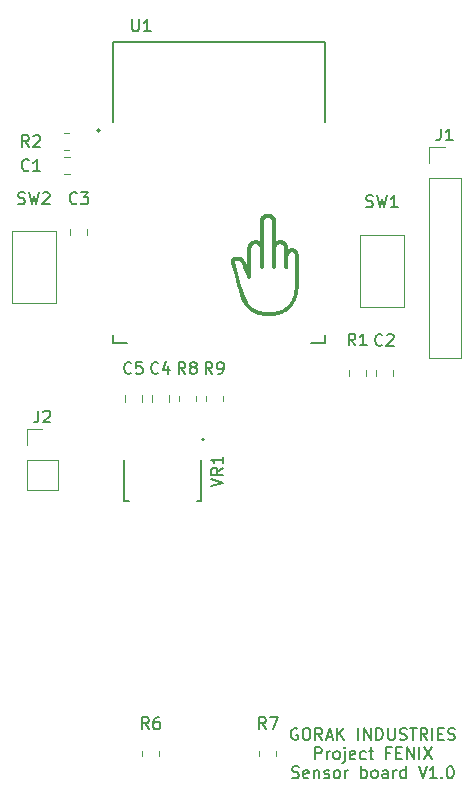
<source format=gbr>
%TF.GenerationSoftware,KiCad,Pcbnew,(6.0.7)*%
%TF.CreationDate,2023-04-15T21:03:17+02:00*%
%TF.ProjectId,sensor board,73656e73-6f72-4206-926f-6172642e6b69,rev?*%
%TF.SameCoordinates,Original*%
%TF.FileFunction,Legend,Top*%
%TF.FilePolarity,Positive*%
%FSLAX46Y46*%
G04 Gerber Fmt 4.6, Leading zero omitted, Abs format (unit mm)*
G04 Created by KiCad (PCBNEW (6.0.7)) date 2023-04-15 21:03:17*
%MOMM*%
%LPD*%
G01*
G04 APERTURE LIST*
%ADD10C,0.010000*%
%ADD11C,0.150000*%
%ADD12C,0.120000*%
%ADD13C,0.127000*%
%ADD14C,0.200000*%
G04 APERTURE END LIST*
D10*
G36*
X101030307Y-99504932D02*
G01*
X101032214Y-99485090D01*
X101035149Y-99465436D01*
X101039096Y-99446043D01*
X101044042Y-99426983D01*
X101049972Y-99408328D01*
X101056873Y-99390152D01*
X101064729Y-99372527D01*
X101073526Y-99355525D01*
X101083346Y-99339094D01*
X101094269Y-99323154D01*
X101106234Y-99307735D01*
X101119185Y-99292864D01*
X101133063Y-99278572D01*
X101147811Y-99264886D01*
X101163370Y-99251838D01*
X101179682Y-99239454D01*
X101196689Y-99227765D01*
X101214334Y-99216800D01*
X101232558Y-99206587D01*
X101251302Y-99197156D01*
X101270510Y-99188536D01*
X101290122Y-99180755D01*
X101310082Y-99173844D01*
X101330331Y-99167830D01*
X101359965Y-99160879D01*
X101389599Y-99154858D01*
X101419234Y-99149765D01*
X101448870Y-99145600D01*
X101478506Y-99142362D01*
X101508142Y-99140050D01*
X101537778Y-99138664D01*
X101567415Y-99138202D01*
X101605565Y-99139095D01*
X101642260Y-99141761D01*
X101677553Y-99146177D01*
X101711492Y-99152323D01*
X101744129Y-99160176D01*
X101775515Y-99169714D01*
X101805700Y-99180917D01*
X101834734Y-99193761D01*
X101862669Y-99208227D01*
X101889555Y-99224290D01*
X101915442Y-99241932D01*
X101940382Y-99261128D01*
X101964424Y-99281858D01*
X101987620Y-99304101D01*
X102031675Y-99353035D01*
X102072951Y-99407756D01*
X102111853Y-99468092D01*
X102148788Y-99533868D01*
X102184158Y-99604912D01*
X102218371Y-99681049D01*
X102251830Y-99762105D01*
X102318108Y-99938284D01*
X102406992Y-100195089D01*
X102406992Y-98407227D01*
X102407853Y-98373197D01*
X102410407Y-98339668D01*
X102414611Y-98306678D01*
X102420421Y-98274266D01*
X102427793Y-98242470D01*
X102436685Y-98211326D01*
X102447053Y-98180874D01*
X102458853Y-98151151D01*
X102472043Y-98122196D01*
X102486578Y-98094045D01*
X102502415Y-98066738D01*
X102519512Y-98040312D01*
X102537824Y-98014805D01*
X102557307Y-97990255D01*
X102577920Y-97966700D01*
X102599618Y-97944178D01*
X102622357Y-97922726D01*
X102646095Y-97902384D01*
X102670788Y-97883188D01*
X102696392Y-97865177D01*
X102722865Y-97848389D01*
X102750162Y-97832862D01*
X102778241Y-97818633D01*
X102807057Y-97805741D01*
X102836568Y-97794223D01*
X102866730Y-97784118D01*
X102897500Y-97775463D01*
X102928833Y-97768297D01*
X102960688Y-97762657D01*
X102993020Y-97758582D01*
X103025786Y-97756109D01*
X103058943Y-97755276D01*
X103086597Y-97755853D01*
X103113992Y-97757572D01*
X103141098Y-97760421D01*
X103167887Y-97764384D01*
X103194328Y-97769446D01*
X103220394Y-97775594D01*
X103246056Y-97782813D01*
X103271283Y-97791087D01*
X103296049Y-97800403D01*
X103320322Y-97810747D01*
X103344075Y-97822102D01*
X103367279Y-97834456D01*
X103389904Y-97847794D01*
X103411922Y-97862100D01*
X103433303Y-97877361D01*
X103454019Y-97893561D01*
X103454019Y-96155090D01*
X103454880Y-96121059D01*
X103457434Y-96087531D01*
X103461638Y-96054541D01*
X103467447Y-96022129D01*
X103474820Y-95990332D01*
X103483712Y-95959189D01*
X103494080Y-95928737D01*
X103505880Y-95899014D01*
X103519070Y-95870059D01*
X103533605Y-95841908D01*
X103549442Y-95814601D01*
X103566539Y-95788175D01*
X103584850Y-95762668D01*
X103604334Y-95738118D01*
X103624947Y-95714563D01*
X103646644Y-95692040D01*
X103669384Y-95670589D01*
X103693122Y-95650247D01*
X103717815Y-95631051D01*
X103743419Y-95613040D01*
X103769892Y-95596252D01*
X103797189Y-95580725D01*
X103825267Y-95566496D01*
X103854084Y-95553604D01*
X103883595Y-95542086D01*
X103913757Y-95531981D01*
X103944526Y-95523326D01*
X103975860Y-95516160D01*
X104007715Y-95510520D01*
X104040047Y-95506445D01*
X104072813Y-95503972D01*
X104105970Y-95503139D01*
X104140000Y-95504000D01*
X104173529Y-95506554D01*
X104206519Y-95510758D01*
X104238931Y-95516567D01*
X104270727Y-95523940D01*
X104301871Y-95532832D01*
X104332323Y-95543200D01*
X104362045Y-95555000D01*
X104391001Y-95568190D01*
X104419151Y-95582725D01*
X104446458Y-95598562D01*
X104472885Y-95615659D01*
X104498392Y-95633970D01*
X104522942Y-95653454D01*
X104546497Y-95674067D01*
X104569019Y-95695764D01*
X104590470Y-95718504D01*
X104610813Y-95742242D01*
X104630009Y-95766935D01*
X104648019Y-95792539D01*
X104664808Y-95819012D01*
X104680335Y-95846309D01*
X104694564Y-95874387D01*
X104707456Y-95903204D01*
X104718974Y-95932715D01*
X104729079Y-95962877D01*
X104737733Y-95993646D01*
X104744900Y-96024980D01*
X104750539Y-96056835D01*
X104754615Y-96089167D01*
X104757088Y-96121933D01*
X104757921Y-96155090D01*
X104757921Y-97883772D01*
X104778636Y-97867571D01*
X104800017Y-97852311D01*
X104822034Y-97838005D01*
X104844658Y-97824667D01*
X104867862Y-97812313D01*
X104891614Y-97800958D01*
X104915888Y-97790614D01*
X104940653Y-97781298D01*
X104965880Y-97773023D01*
X104991542Y-97765805D01*
X105017608Y-97759657D01*
X105044050Y-97754594D01*
X105070839Y-97750631D01*
X105097945Y-97747783D01*
X105125341Y-97746063D01*
X105152997Y-97745486D01*
X105186215Y-97746294D01*
X105219143Y-97748706D01*
X105251722Y-97752710D01*
X105283895Y-97758291D01*
X105315605Y-97765434D01*
X105346792Y-97774124D01*
X105377400Y-97784349D01*
X105407371Y-97796093D01*
X105436646Y-97809342D01*
X105465169Y-97824082D01*
X105492881Y-97840298D01*
X105519724Y-97857977D01*
X105545640Y-97877103D01*
X105570572Y-97897662D01*
X105594463Y-97919641D01*
X105617253Y-97943024D01*
X105621413Y-97947630D01*
X105626502Y-97953977D01*
X105632520Y-97961950D01*
X105639465Y-97971429D01*
X105656136Y-97994436D01*
X105676509Y-98022055D01*
X105695765Y-98058263D01*
X105715839Y-98100609D01*
X105725856Y-98124265D01*
X105735687Y-98149672D01*
X105745200Y-98176903D01*
X105754265Y-98206029D01*
X105762752Y-98237123D01*
X105770531Y-98270257D01*
X105777471Y-98305503D01*
X105783441Y-98342934D01*
X105788312Y-98382621D01*
X105791952Y-98424637D01*
X105794232Y-98469054D01*
X105795021Y-98515944D01*
X105795021Y-98555425D01*
X105813560Y-98540959D01*
X105832172Y-98527217D01*
X105850928Y-98514226D01*
X105869900Y-98502017D01*
X105889162Y-98490618D01*
X105908784Y-98480059D01*
X105928841Y-98470367D01*
X105949402Y-98461573D01*
X105970542Y-98453705D01*
X105992333Y-98446792D01*
X106014846Y-98440863D01*
X106038153Y-98435947D01*
X106062328Y-98432073D01*
X106087442Y-98429270D01*
X106113568Y-98427567D01*
X106140778Y-98426993D01*
X106140778Y-98426996D01*
X106140777Y-98426998D01*
X106140776Y-98427001D01*
X106140775Y-98427003D01*
X106140772Y-98427012D01*
X106140771Y-98427014D01*
X106173616Y-98427875D01*
X106205471Y-98430429D01*
X106236332Y-98434633D01*
X106266193Y-98440442D01*
X106295048Y-98447815D01*
X106322892Y-98456707D01*
X106349719Y-98467074D01*
X106375525Y-98478874D01*
X106400303Y-98492063D01*
X106424049Y-98506598D01*
X106446757Y-98522435D01*
X106468421Y-98539530D01*
X106489036Y-98557841D01*
X106508597Y-98577324D01*
X106527098Y-98597935D01*
X106544534Y-98619631D01*
X106560899Y-98642369D01*
X106576188Y-98666104D01*
X106590396Y-98690795D01*
X106603516Y-98716397D01*
X106615544Y-98742867D01*
X106626475Y-98770161D01*
X106645021Y-98827049D01*
X106659110Y-98886714D01*
X106668700Y-98948808D01*
X106673747Y-99012984D01*
X106674207Y-99078895D01*
X106674207Y-101350783D01*
X106672220Y-101495691D01*
X106666182Y-101637735D01*
X106655977Y-101776827D01*
X106641490Y-101912881D01*
X106622604Y-102045810D01*
X106599203Y-102175527D01*
X106571173Y-102301946D01*
X106538396Y-102424979D01*
X106500758Y-102544540D01*
X106458142Y-102660541D01*
X106410433Y-102772897D01*
X106357515Y-102881521D01*
X106299272Y-102986324D01*
X106235589Y-103087222D01*
X106166348Y-103184126D01*
X106091436Y-103276951D01*
X106004823Y-103373955D01*
X105915242Y-103464910D01*
X105822507Y-103549787D01*
X105726429Y-103628558D01*
X105626819Y-103701193D01*
X105523491Y-103767663D01*
X105416255Y-103827940D01*
X105304924Y-103881995D01*
X105189311Y-103929799D01*
X105069226Y-103971322D01*
X104944481Y-104006537D01*
X104814890Y-104035413D01*
X104680263Y-104057923D01*
X104540413Y-104074037D01*
X104395152Y-104083727D01*
X104244292Y-104086963D01*
X104004189Y-104080573D01*
X103888771Y-104072557D01*
X103776413Y-104061304D01*
X103667094Y-104046795D01*
X103560791Y-104029012D01*
X103457483Y-104007937D01*
X103357148Y-103983553D01*
X103259765Y-103955841D01*
X103165312Y-103924782D01*
X103073767Y-103890359D01*
X102985109Y-103852554D01*
X102899316Y-103811349D01*
X102816365Y-103766726D01*
X102736237Y-103718666D01*
X102658908Y-103667151D01*
X102584357Y-103612164D01*
X102512563Y-103553686D01*
X102443503Y-103491700D01*
X102377156Y-103426186D01*
X102313501Y-103357128D01*
X102252516Y-103284507D01*
X102194178Y-103208304D01*
X102138467Y-103128503D01*
X102085361Y-103045084D01*
X102034837Y-102958030D01*
X101986875Y-102867323D01*
X101941453Y-102772944D01*
X101898548Y-102674876D01*
X101858139Y-102573100D01*
X101820205Y-102467598D01*
X101784724Y-102358352D01*
X101677142Y-101988052D01*
X101559374Y-101564737D01*
X101322914Y-100684076D01*
X101053751Y-99661719D01*
X101046924Y-99642987D01*
X101041239Y-99623863D01*
X101036682Y-99604418D01*
X101033238Y-99584726D01*
X101030892Y-99564858D01*
X101029632Y-99544888D01*
X101029533Y-99534564D01*
X101283382Y-99534564D01*
X101283498Y-99541566D01*
X101283844Y-99548670D01*
X101284422Y-99555859D01*
X101285230Y-99563120D01*
X101286269Y-99570439D01*
X101287539Y-99577799D01*
X101289040Y-99585187D01*
X101290772Y-99592588D01*
X101561170Y-100619890D01*
X101800555Y-101503953D01*
X101920769Y-101928384D01*
X102031605Y-102299099D01*
X102098671Y-102492322D01*
X102174100Y-102672031D01*
X102258153Y-102838369D01*
X102351090Y-102991483D01*
X102400971Y-103063125D01*
X102453171Y-103131516D01*
X102507723Y-103196672D01*
X102564658Y-103258613D01*
X102624010Y-103317356D01*
X102685810Y-103372919D01*
X102750092Y-103425321D01*
X102816889Y-103474579D01*
X102886231Y-103520712D01*
X102958153Y-103563737D01*
X103032687Y-103603673D01*
X103109865Y-103640538D01*
X103189720Y-103674350D01*
X103272284Y-103705126D01*
X103445671Y-103757647D01*
X103630286Y-103798245D01*
X103826390Y-103827064D01*
X104034243Y-103844249D01*
X104254105Y-103849946D01*
X104390378Y-103846947D01*
X104521501Y-103838001D01*
X104647646Y-103823179D01*
X104768987Y-103802554D01*
X104885699Y-103776198D01*
X104997955Y-103744183D01*
X105105927Y-103706582D01*
X105209791Y-103663467D01*
X105309720Y-103614911D01*
X105405886Y-103560987D01*
X105498464Y-103501765D01*
X105587628Y-103437320D01*
X105673550Y-103367722D01*
X105756405Y-103293046D01*
X105836367Y-103213362D01*
X105913608Y-103128744D01*
X105981348Y-103043555D01*
X106043879Y-102954720D01*
X106101315Y-102862297D01*
X106153773Y-102766343D01*
X106201368Y-102666918D01*
X106244216Y-102564078D01*
X106282434Y-102457882D01*
X106316137Y-102348387D01*
X106345441Y-102235651D01*
X106370462Y-102119732D01*
X106391315Y-102000689D01*
X106408117Y-101878578D01*
X106420984Y-101753458D01*
X106430031Y-101625387D01*
X106435374Y-101494422D01*
X106437129Y-101360622D01*
X106437129Y-99948135D01*
X106447016Y-99079023D01*
X106446075Y-99038774D01*
X106443196Y-98999655D01*
X106438291Y-98961868D01*
X106435051Y-98943537D01*
X106431272Y-98925614D01*
X106426944Y-98908126D01*
X106422055Y-98891098D01*
X106416594Y-98874554D01*
X106410551Y-98858521D01*
X106403915Y-98843022D01*
X106396674Y-98828085D01*
X106388819Y-98813734D01*
X106380337Y-98799993D01*
X106371219Y-98786890D01*
X106361454Y-98774449D01*
X106351030Y-98762694D01*
X106339936Y-98751653D01*
X106328163Y-98741349D01*
X106315699Y-98731809D01*
X106302533Y-98723057D01*
X106288654Y-98715118D01*
X106274052Y-98708019D01*
X106258715Y-98701785D01*
X106242633Y-98696440D01*
X106225795Y-98692010D01*
X106208190Y-98688520D01*
X106189807Y-98685997D01*
X106170636Y-98684464D01*
X106150665Y-98683947D01*
X106130552Y-98684464D01*
X106110968Y-98685997D01*
X106091919Y-98688520D01*
X106073412Y-98692010D01*
X106055455Y-98696440D01*
X106038056Y-98701785D01*
X106021220Y-98708019D01*
X106004956Y-98715118D01*
X105989271Y-98723056D01*
X105974172Y-98731808D01*
X105959666Y-98741349D01*
X105945761Y-98751653D01*
X105932463Y-98762694D01*
X105919781Y-98774448D01*
X105907720Y-98786890D01*
X105896289Y-98799993D01*
X105885495Y-98813733D01*
X105875345Y-98828085D01*
X105865846Y-98843022D01*
X105857005Y-98858520D01*
X105848830Y-98874554D01*
X105841328Y-98891098D01*
X105834506Y-98908126D01*
X105828371Y-98925614D01*
X105818193Y-98961867D01*
X105810851Y-98999655D01*
X105806403Y-99038774D01*
X105804908Y-99079023D01*
X105804908Y-99948285D01*
X105804736Y-99954740D01*
X105804225Y-99961127D01*
X105803386Y-99967439D01*
X105802227Y-99973665D01*
X105800756Y-99979797D01*
X105798984Y-99985825D01*
X105796918Y-99991741D01*
X105794568Y-99997536D01*
X105791944Y-100003201D01*
X105789054Y-100008726D01*
X105785906Y-100014102D01*
X105782511Y-100019321D01*
X105778877Y-100024374D01*
X105775014Y-100029251D01*
X105770929Y-100033943D01*
X105766633Y-100038442D01*
X105762135Y-100042738D01*
X105757442Y-100046823D01*
X105752565Y-100050686D01*
X105747513Y-100054320D01*
X105742294Y-100057715D01*
X105736917Y-100060863D01*
X105731392Y-100063753D01*
X105725727Y-100066377D01*
X105719932Y-100068727D01*
X105714016Y-100070793D01*
X105707988Y-100072565D01*
X105701856Y-100074036D01*
X105695629Y-100075195D01*
X105689318Y-100076035D01*
X105682930Y-100076545D01*
X105676475Y-100076717D01*
X105670021Y-100076545D01*
X105663633Y-100076035D01*
X105657322Y-100075195D01*
X105651096Y-100074036D01*
X105644964Y-100072565D01*
X105638935Y-100070793D01*
X105633019Y-100068727D01*
X105627224Y-100066378D01*
X105621560Y-100063753D01*
X105616035Y-100060863D01*
X105610658Y-100057716D01*
X105605439Y-100054321D01*
X105600387Y-100050687D01*
X105595510Y-100046823D01*
X105590817Y-100042739D01*
X105586319Y-100038443D01*
X105582023Y-100033944D01*
X105577938Y-100029252D01*
X105574074Y-100024375D01*
X105570441Y-100019322D01*
X105567045Y-100014103D01*
X105563898Y-100008727D01*
X105561008Y-100003202D01*
X105558383Y-99997537D01*
X105556034Y-99991742D01*
X105553968Y-99985826D01*
X105552196Y-99979797D01*
X105550725Y-99973665D01*
X105549565Y-99967439D01*
X105548726Y-99961128D01*
X105548216Y-99954740D01*
X105548044Y-99948285D01*
X105548044Y-98397439D01*
X105547527Y-98377186D01*
X105545994Y-98357190D01*
X105543470Y-98337477D01*
X105539981Y-98318071D01*
X105535551Y-98298998D01*
X105530206Y-98280283D01*
X105523971Y-98261952D01*
X105516872Y-98244030D01*
X105508934Y-98226542D01*
X105500182Y-98209514D01*
X105490642Y-98192970D01*
X105480338Y-98176936D01*
X105469296Y-98161438D01*
X105457542Y-98146501D01*
X105445101Y-98132149D01*
X105431997Y-98118409D01*
X105418257Y-98105306D01*
X105403906Y-98092864D01*
X105388968Y-98081110D01*
X105373470Y-98070069D01*
X105357437Y-98059765D01*
X105340893Y-98050224D01*
X105323864Y-98041472D01*
X105306376Y-98033534D01*
X105288454Y-98026435D01*
X105270123Y-98020200D01*
X105251409Y-98014856D01*
X105232336Y-98010426D01*
X105212930Y-98006936D01*
X105193216Y-98004412D01*
X105173221Y-98002880D01*
X105152968Y-98002363D01*
X105132715Y-98002880D01*
X105112719Y-98004412D01*
X105093005Y-98006936D01*
X105073599Y-98010426D01*
X105054527Y-98014856D01*
X105035812Y-98020200D01*
X105017481Y-98026435D01*
X104999559Y-98033534D01*
X104982071Y-98041472D01*
X104965042Y-98050224D01*
X104948498Y-98059765D01*
X104932465Y-98070069D01*
X104916967Y-98081110D01*
X104902029Y-98092864D01*
X104887678Y-98105306D01*
X104873938Y-98118409D01*
X104860834Y-98132149D01*
X104848393Y-98146501D01*
X104836639Y-98161438D01*
X104825597Y-98176936D01*
X104815293Y-98192970D01*
X104805753Y-98209514D01*
X104797001Y-98226542D01*
X104789063Y-98244030D01*
X104781964Y-98261952D01*
X104775729Y-98280283D01*
X104770384Y-98298998D01*
X104765954Y-98318071D01*
X104762465Y-98337477D01*
X104759941Y-98357190D01*
X104758408Y-98377186D01*
X104757892Y-98397439D01*
X104757892Y-99948214D01*
X104757720Y-99954669D01*
X104757209Y-99961057D01*
X104756370Y-99967368D01*
X104755210Y-99973594D01*
X104753740Y-99979726D01*
X104751967Y-99985755D01*
X104749902Y-99991671D01*
X104747552Y-99997466D01*
X104744928Y-100003130D01*
X104742037Y-100008655D01*
X104738890Y-100014032D01*
X104735495Y-100019251D01*
X104731861Y-100024303D01*
X104727998Y-100029180D01*
X104723913Y-100033873D01*
X104719617Y-100038372D01*
X104715118Y-100042668D01*
X104710426Y-100046752D01*
X104705549Y-100050616D01*
X104700497Y-100054250D01*
X104695277Y-100057645D01*
X104689901Y-100060792D01*
X104684376Y-100063682D01*
X104678711Y-100066307D01*
X104672916Y-100068656D01*
X104667000Y-100070722D01*
X104660971Y-100072495D01*
X104654839Y-100073965D01*
X104648613Y-100075125D01*
X104642302Y-100075964D01*
X104635914Y-100076474D01*
X104629459Y-100076647D01*
X104623005Y-100076474D01*
X104616617Y-100075964D01*
X104610306Y-100075125D01*
X104604080Y-100073965D01*
X104597948Y-100072495D01*
X104591919Y-100070722D01*
X104586003Y-100068657D01*
X104580208Y-100066307D01*
X104574544Y-100063683D01*
X104569019Y-100060792D01*
X104563642Y-100057645D01*
X104558423Y-100054250D01*
X104553371Y-100050616D01*
X104548494Y-100046753D01*
X104543801Y-100042668D01*
X104539302Y-100038372D01*
X104535006Y-100033874D01*
X104530922Y-100029181D01*
X104527058Y-100024304D01*
X104523424Y-100019252D01*
X104520029Y-100014033D01*
X104516882Y-100008656D01*
X104513992Y-100003131D01*
X104511367Y-99997467D01*
X104509018Y-99991672D01*
X104506952Y-99985755D01*
X104505179Y-99979727D01*
X104503709Y-99973595D01*
X104502549Y-99967369D01*
X104501710Y-99961057D01*
X104501200Y-99954669D01*
X104501028Y-99948214D01*
X104501028Y-96155148D01*
X104500511Y-96134895D01*
X104498978Y-96114899D01*
X104496454Y-96095186D01*
X104492965Y-96075780D01*
X104488535Y-96056707D01*
X104483190Y-96037993D01*
X104476955Y-96019661D01*
X104469856Y-96001739D01*
X104461918Y-95984251D01*
X104453166Y-95967223D01*
X104443626Y-95950679D01*
X104433322Y-95934645D01*
X104422280Y-95919147D01*
X104410526Y-95904210D01*
X104398085Y-95889858D01*
X104384981Y-95876118D01*
X104371241Y-95863015D01*
X104356890Y-95850574D01*
X104341952Y-95838819D01*
X104326454Y-95827778D01*
X104310420Y-95817474D01*
X104293877Y-95807934D01*
X104276848Y-95799182D01*
X104259360Y-95791243D01*
X104241438Y-95784144D01*
X104223107Y-95777910D01*
X104204392Y-95772565D01*
X104185320Y-95768135D01*
X104165914Y-95764645D01*
X104146200Y-95762122D01*
X104126204Y-95760589D01*
X104105952Y-95760072D01*
X104085699Y-95760589D01*
X104065703Y-95762122D01*
X104045989Y-95764645D01*
X104026583Y-95768135D01*
X104007511Y-95772565D01*
X103988796Y-95777910D01*
X103970465Y-95784144D01*
X103952543Y-95791243D01*
X103935055Y-95799182D01*
X103918026Y-95807934D01*
X103901482Y-95817474D01*
X103885449Y-95827778D01*
X103869951Y-95838819D01*
X103855013Y-95850574D01*
X103840662Y-95863015D01*
X103826922Y-95876118D01*
X103813818Y-95889859D01*
X103801377Y-95904210D01*
X103789622Y-95919147D01*
X103778581Y-95934646D01*
X103768277Y-95950679D01*
X103758737Y-95967223D01*
X103749985Y-95984251D01*
X103742046Y-96001739D01*
X103734947Y-96019662D01*
X103728713Y-96037993D01*
X103723368Y-96056707D01*
X103718938Y-96075780D01*
X103715448Y-96095186D01*
X103712925Y-96114899D01*
X103711392Y-96134895D01*
X103710875Y-96155148D01*
X103710806Y-99938337D01*
X103710634Y-99944792D01*
X103710124Y-99951179D01*
X103709284Y-99957491D01*
X103708125Y-99963717D01*
X103706654Y-99969848D01*
X103704882Y-99975877D01*
X103702816Y-99981793D01*
X103700466Y-99987588D01*
X103697842Y-99993253D01*
X103694952Y-99998778D01*
X103691804Y-100004154D01*
X103688409Y-100009373D01*
X103684775Y-100014426D01*
X103680912Y-100019303D01*
X103676827Y-100023995D01*
X103672531Y-100028494D01*
X103668032Y-100032790D01*
X103663340Y-100036875D01*
X103658463Y-100040738D01*
X103653410Y-100044372D01*
X103648191Y-100047767D01*
X103642815Y-100050915D01*
X103637290Y-100053805D01*
X103631625Y-100056429D01*
X103625830Y-100058779D01*
X103619914Y-100060845D01*
X103613886Y-100062617D01*
X103607754Y-100064088D01*
X103601528Y-100065247D01*
X103595216Y-100066087D01*
X103588829Y-100066597D01*
X103582374Y-100066769D01*
X103575919Y-100066597D01*
X103569532Y-100066087D01*
X103563221Y-100065247D01*
X103556994Y-100064088D01*
X103550863Y-100062617D01*
X103544834Y-100060845D01*
X103538918Y-100058779D01*
X103533123Y-100056430D01*
X103527459Y-100053805D01*
X103521934Y-100050915D01*
X103516557Y-100047768D01*
X103511338Y-100044373D01*
X103506285Y-100040739D01*
X103501408Y-100036875D01*
X103496716Y-100032791D01*
X103492217Y-100028495D01*
X103487921Y-100023996D01*
X103483837Y-100019304D01*
X103479973Y-100014427D01*
X103476339Y-100009374D01*
X103472944Y-100004155D01*
X103469797Y-99998779D01*
X103466906Y-99993254D01*
X103464282Y-99987589D01*
X103461932Y-99981794D01*
X103459866Y-99975878D01*
X103458094Y-99969849D01*
X103456623Y-99963717D01*
X103455464Y-99957491D01*
X103454624Y-99951180D01*
X103454114Y-99944792D01*
X103453942Y-99938337D01*
X103453942Y-98397421D01*
X103453425Y-98377168D01*
X103451893Y-98357172D01*
X103449369Y-98337459D01*
X103445879Y-98318053D01*
X103441449Y-98298980D01*
X103436104Y-98280266D01*
X103429870Y-98261934D01*
X103422771Y-98244012D01*
X103414833Y-98226524D01*
X103406081Y-98209496D01*
X103396540Y-98192952D01*
X103386236Y-98176919D01*
X103375195Y-98161420D01*
X103363441Y-98146483D01*
X103350999Y-98132132D01*
X103337896Y-98118391D01*
X103324156Y-98105288D01*
X103309804Y-98092847D01*
X103294867Y-98081092D01*
X103279369Y-98070051D01*
X103263335Y-98059747D01*
X103246791Y-98050207D01*
X103229763Y-98041455D01*
X103212275Y-98033516D01*
X103194353Y-98026417D01*
X103176022Y-98020183D01*
X103157307Y-98014838D01*
X103138234Y-98010408D01*
X103118828Y-98006918D01*
X103099115Y-98004395D01*
X103079119Y-98002862D01*
X103058866Y-98002345D01*
X103038613Y-98002862D01*
X103018617Y-98004395D01*
X102998904Y-98006918D01*
X102979498Y-98010408D01*
X102960425Y-98014838D01*
X102941710Y-98020183D01*
X102923379Y-98026417D01*
X102905457Y-98033516D01*
X102887969Y-98041455D01*
X102870941Y-98050207D01*
X102854397Y-98059747D01*
X102838363Y-98070051D01*
X102822865Y-98081092D01*
X102807928Y-98092847D01*
X102793576Y-98105288D01*
X102779836Y-98118391D01*
X102766733Y-98132132D01*
X102754291Y-98146483D01*
X102742537Y-98161420D01*
X102731496Y-98176919D01*
X102721192Y-98192952D01*
X102711651Y-98209496D01*
X102702899Y-98226524D01*
X102694961Y-98244012D01*
X102687862Y-98261934D01*
X102681628Y-98280266D01*
X102676283Y-98298980D01*
X102671853Y-98318053D01*
X102668363Y-98337459D01*
X102665839Y-98357172D01*
X102664307Y-98377168D01*
X102663790Y-98397421D01*
X102663721Y-100106259D01*
X102663721Y-100234691D01*
X102665234Y-100325887D01*
X102666050Y-100407303D01*
X102666171Y-100479577D01*
X102665596Y-100543344D01*
X102664325Y-100599241D01*
X102662359Y-100647904D01*
X102661115Y-100669722D01*
X102659697Y-100689970D01*
X102658105Y-100708728D01*
X102656340Y-100726076D01*
X102654401Y-100742092D01*
X102652288Y-100756857D01*
X102650001Y-100770450D01*
X102647541Y-100782951D01*
X102644906Y-100794438D01*
X102642098Y-100804993D01*
X102639117Y-100814694D01*
X102635961Y-100823620D01*
X102632632Y-100831853D01*
X102629129Y-100839470D01*
X102625452Y-100846551D01*
X102621602Y-100853177D01*
X102617578Y-100859426D01*
X102613381Y-100865379D01*
X102604465Y-100876711D01*
X102598907Y-100882037D01*
X102593332Y-100886914D01*
X102587728Y-100891357D01*
X102582079Y-100895380D01*
X102576372Y-100898997D01*
X102570592Y-100902224D01*
X102564725Y-100905074D01*
X102558757Y-100907563D01*
X102552673Y-100909704D01*
X102546460Y-100911513D01*
X102540103Y-100913003D01*
X102533587Y-100914190D01*
X102526899Y-100915088D01*
X102520025Y-100915712D01*
X102512949Y-100916075D01*
X102505659Y-100916193D01*
X102496575Y-100915908D01*
X102487833Y-100915076D01*
X102479426Y-100913726D01*
X102471350Y-100911889D01*
X102463599Y-100909597D01*
X102456168Y-100906879D01*
X102449052Y-100903767D01*
X102442244Y-100900292D01*
X102435740Y-100896483D01*
X102429534Y-100892373D01*
X102423621Y-100887991D01*
X102417996Y-100883368D01*
X102412652Y-100878536D01*
X102407585Y-100873524D01*
X102402789Y-100868365D01*
X102398259Y-100863087D01*
X102389975Y-100852303D01*
X102382689Y-100841417D01*
X102376358Y-100830677D01*
X102370939Y-100820327D01*
X102366389Y-100810615D01*
X102362665Y-100801786D01*
X102357521Y-100787761D01*
X102080943Y-100027154D01*
X102028879Y-99886555D01*
X102004706Y-99822100D01*
X101981097Y-99761696D01*
X101957546Y-99705459D01*
X101933546Y-99653504D01*
X101921219Y-99629169D01*
X101908590Y-99605948D01*
X101895596Y-99583855D01*
X101882173Y-99562905D01*
X101868257Y-99543113D01*
X101853787Y-99524493D01*
X101838697Y-99507059D01*
X101822926Y-99490826D01*
X101806409Y-99475809D01*
X101789083Y-99462022D01*
X101770885Y-99449479D01*
X101751753Y-99438194D01*
X101731621Y-99428183D01*
X101710428Y-99419460D01*
X101688109Y-99412039D01*
X101664602Y-99405935D01*
X101639843Y-99401163D01*
X101613768Y-99397736D01*
X101586316Y-99395669D01*
X101557421Y-99394977D01*
X101535201Y-99395422D01*
X101512981Y-99396681D01*
X101490760Y-99398635D01*
X101468540Y-99401169D01*
X101446319Y-99404164D01*
X101424098Y-99407505D01*
X101379656Y-99414751D01*
X101375984Y-99415738D01*
X101372369Y-99416838D01*
X101365313Y-99419357D01*
X101358487Y-99422281D01*
X101351893Y-99425580D01*
X101345529Y-99429225D01*
X101339397Y-99433188D01*
X101333495Y-99437439D01*
X101327824Y-99441951D01*
X101322384Y-99446693D01*
X101317176Y-99451637D01*
X101312198Y-99456754D01*
X101307451Y-99462016D01*
X101302935Y-99467393D01*
X101298649Y-99472857D01*
X101294595Y-99478379D01*
X101290772Y-99483929D01*
X101289040Y-99489598D01*
X101287539Y-99495485D01*
X101286269Y-99501575D01*
X101285230Y-99507854D01*
X101284422Y-99514307D01*
X101283844Y-99520920D01*
X101283498Y-99527677D01*
X101283382Y-99534564D01*
X101029533Y-99534564D01*
X101029441Y-99524889D01*
X101030307Y-99504932D01*
G37*
X101030307Y-99504932D02*
X101032214Y-99485090D01*
X101035149Y-99465436D01*
X101039096Y-99446043D01*
X101044042Y-99426983D01*
X101049972Y-99408328D01*
X101056873Y-99390152D01*
X101064729Y-99372527D01*
X101073526Y-99355525D01*
X101083346Y-99339094D01*
X101094269Y-99323154D01*
X101106234Y-99307735D01*
X101119185Y-99292864D01*
X101133063Y-99278572D01*
X101147811Y-99264886D01*
X101163370Y-99251838D01*
X101179682Y-99239454D01*
X101196689Y-99227765D01*
X101214334Y-99216800D01*
X101232558Y-99206587D01*
X101251302Y-99197156D01*
X101270510Y-99188536D01*
X101290122Y-99180755D01*
X101310082Y-99173844D01*
X101330331Y-99167830D01*
X101359965Y-99160879D01*
X101389599Y-99154858D01*
X101419234Y-99149765D01*
X101448870Y-99145600D01*
X101478506Y-99142362D01*
X101508142Y-99140050D01*
X101537778Y-99138664D01*
X101567415Y-99138202D01*
X101605565Y-99139095D01*
X101642260Y-99141761D01*
X101677553Y-99146177D01*
X101711492Y-99152323D01*
X101744129Y-99160176D01*
X101775515Y-99169714D01*
X101805700Y-99180917D01*
X101834734Y-99193761D01*
X101862669Y-99208227D01*
X101889555Y-99224290D01*
X101915442Y-99241932D01*
X101940382Y-99261128D01*
X101964424Y-99281858D01*
X101987620Y-99304101D01*
X102031675Y-99353035D01*
X102072951Y-99407756D01*
X102111853Y-99468092D01*
X102148788Y-99533868D01*
X102184158Y-99604912D01*
X102218371Y-99681049D01*
X102251830Y-99762105D01*
X102318108Y-99938284D01*
X102406992Y-100195089D01*
X102406992Y-98407227D01*
X102407853Y-98373197D01*
X102410407Y-98339668D01*
X102414611Y-98306678D01*
X102420421Y-98274266D01*
X102427793Y-98242470D01*
X102436685Y-98211326D01*
X102447053Y-98180874D01*
X102458853Y-98151151D01*
X102472043Y-98122196D01*
X102486578Y-98094045D01*
X102502415Y-98066738D01*
X102519512Y-98040312D01*
X102537824Y-98014805D01*
X102557307Y-97990255D01*
X102577920Y-97966700D01*
X102599618Y-97944178D01*
X102622357Y-97922726D01*
X102646095Y-97902384D01*
X102670788Y-97883188D01*
X102696392Y-97865177D01*
X102722865Y-97848389D01*
X102750162Y-97832862D01*
X102778241Y-97818633D01*
X102807057Y-97805741D01*
X102836568Y-97794223D01*
X102866730Y-97784118D01*
X102897500Y-97775463D01*
X102928833Y-97768297D01*
X102960688Y-97762657D01*
X102993020Y-97758582D01*
X103025786Y-97756109D01*
X103058943Y-97755276D01*
X103086597Y-97755853D01*
X103113992Y-97757572D01*
X103141098Y-97760421D01*
X103167887Y-97764384D01*
X103194328Y-97769446D01*
X103220394Y-97775594D01*
X103246056Y-97782813D01*
X103271283Y-97791087D01*
X103296049Y-97800403D01*
X103320322Y-97810747D01*
X103344075Y-97822102D01*
X103367279Y-97834456D01*
X103389904Y-97847794D01*
X103411922Y-97862100D01*
X103433303Y-97877361D01*
X103454019Y-97893561D01*
X103454019Y-96155090D01*
X103454880Y-96121059D01*
X103457434Y-96087531D01*
X103461638Y-96054541D01*
X103467447Y-96022129D01*
X103474820Y-95990332D01*
X103483712Y-95959189D01*
X103494080Y-95928737D01*
X103505880Y-95899014D01*
X103519070Y-95870059D01*
X103533605Y-95841908D01*
X103549442Y-95814601D01*
X103566539Y-95788175D01*
X103584850Y-95762668D01*
X103604334Y-95738118D01*
X103624947Y-95714563D01*
X103646644Y-95692040D01*
X103669384Y-95670589D01*
X103693122Y-95650247D01*
X103717815Y-95631051D01*
X103743419Y-95613040D01*
X103769892Y-95596252D01*
X103797189Y-95580725D01*
X103825267Y-95566496D01*
X103854084Y-95553604D01*
X103883595Y-95542086D01*
X103913757Y-95531981D01*
X103944526Y-95523326D01*
X103975860Y-95516160D01*
X104007715Y-95510520D01*
X104040047Y-95506445D01*
X104072813Y-95503972D01*
X104105970Y-95503139D01*
X104140000Y-95504000D01*
X104173529Y-95506554D01*
X104206519Y-95510758D01*
X104238931Y-95516567D01*
X104270727Y-95523940D01*
X104301871Y-95532832D01*
X104332323Y-95543200D01*
X104362045Y-95555000D01*
X104391001Y-95568190D01*
X104419151Y-95582725D01*
X104446458Y-95598562D01*
X104472885Y-95615659D01*
X104498392Y-95633970D01*
X104522942Y-95653454D01*
X104546497Y-95674067D01*
X104569019Y-95695764D01*
X104590470Y-95718504D01*
X104610813Y-95742242D01*
X104630009Y-95766935D01*
X104648019Y-95792539D01*
X104664808Y-95819012D01*
X104680335Y-95846309D01*
X104694564Y-95874387D01*
X104707456Y-95903204D01*
X104718974Y-95932715D01*
X104729079Y-95962877D01*
X104737733Y-95993646D01*
X104744900Y-96024980D01*
X104750539Y-96056835D01*
X104754615Y-96089167D01*
X104757088Y-96121933D01*
X104757921Y-96155090D01*
X104757921Y-97883772D01*
X104778636Y-97867571D01*
X104800017Y-97852311D01*
X104822034Y-97838005D01*
X104844658Y-97824667D01*
X104867862Y-97812313D01*
X104891614Y-97800958D01*
X104915888Y-97790614D01*
X104940653Y-97781298D01*
X104965880Y-97773023D01*
X104991542Y-97765805D01*
X105017608Y-97759657D01*
X105044050Y-97754594D01*
X105070839Y-97750631D01*
X105097945Y-97747783D01*
X105125341Y-97746063D01*
X105152997Y-97745486D01*
X105186215Y-97746294D01*
X105219143Y-97748706D01*
X105251722Y-97752710D01*
X105283895Y-97758291D01*
X105315605Y-97765434D01*
X105346792Y-97774124D01*
X105377400Y-97784349D01*
X105407371Y-97796093D01*
X105436646Y-97809342D01*
X105465169Y-97824082D01*
X105492881Y-97840298D01*
X105519724Y-97857977D01*
X105545640Y-97877103D01*
X105570572Y-97897662D01*
X105594463Y-97919641D01*
X105617253Y-97943024D01*
X105621413Y-97947630D01*
X105626502Y-97953977D01*
X105632520Y-97961950D01*
X105639465Y-97971429D01*
X105656136Y-97994436D01*
X105676509Y-98022055D01*
X105695765Y-98058263D01*
X105715839Y-98100609D01*
X105725856Y-98124265D01*
X105735687Y-98149672D01*
X105745200Y-98176903D01*
X105754265Y-98206029D01*
X105762752Y-98237123D01*
X105770531Y-98270257D01*
X105777471Y-98305503D01*
X105783441Y-98342934D01*
X105788312Y-98382621D01*
X105791952Y-98424637D01*
X105794232Y-98469054D01*
X105795021Y-98515944D01*
X105795021Y-98555425D01*
X105813560Y-98540959D01*
X105832172Y-98527217D01*
X105850928Y-98514226D01*
X105869900Y-98502017D01*
X105889162Y-98490618D01*
X105908784Y-98480059D01*
X105928841Y-98470367D01*
X105949402Y-98461573D01*
X105970542Y-98453705D01*
X105992333Y-98446792D01*
X106014846Y-98440863D01*
X106038153Y-98435947D01*
X106062328Y-98432073D01*
X106087442Y-98429270D01*
X106113568Y-98427567D01*
X106140778Y-98426993D01*
X106140778Y-98426996D01*
X106140777Y-98426998D01*
X106140776Y-98427001D01*
X106140775Y-98427003D01*
X106140772Y-98427012D01*
X106140771Y-98427014D01*
X106173616Y-98427875D01*
X106205471Y-98430429D01*
X106236332Y-98434633D01*
X106266193Y-98440442D01*
X106295048Y-98447815D01*
X106322892Y-98456707D01*
X106349719Y-98467074D01*
X106375525Y-98478874D01*
X106400303Y-98492063D01*
X106424049Y-98506598D01*
X106446757Y-98522435D01*
X106468421Y-98539530D01*
X106489036Y-98557841D01*
X106508597Y-98577324D01*
X106527098Y-98597935D01*
X106544534Y-98619631D01*
X106560899Y-98642369D01*
X106576188Y-98666104D01*
X106590396Y-98690795D01*
X106603516Y-98716397D01*
X106615544Y-98742867D01*
X106626475Y-98770161D01*
X106645021Y-98827049D01*
X106659110Y-98886714D01*
X106668700Y-98948808D01*
X106673747Y-99012984D01*
X106674207Y-99078895D01*
X106674207Y-101350783D01*
X106672220Y-101495691D01*
X106666182Y-101637735D01*
X106655977Y-101776827D01*
X106641490Y-101912881D01*
X106622604Y-102045810D01*
X106599203Y-102175527D01*
X106571173Y-102301946D01*
X106538396Y-102424979D01*
X106500758Y-102544540D01*
X106458142Y-102660541D01*
X106410433Y-102772897D01*
X106357515Y-102881521D01*
X106299272Y-102986324D01*
X106235589Y-103087222D01*
X106166348Y-103184126D01*
X106091436Y-103276951D01*
X106004823Y-103373955D01*
X105915242Y-103464910D01*
X105822507Y-103549787D01*
X105726429Y-103628558D01*
X105626819Y-103701193D01*
X105523491Y-103767663D01*
X105416255Y-103827940D01*
X105304924Y-103881995D01*
X105189311Y-103929799D01*
X105069226Y-103971322D01*
X104944481Y-104006537D01*
X104814890Y-104035413D01*
X104680263Y-104057923D01*
X104540413Y-104074037D01*
X104395152Y-104083727D01*
X104244292Y-104086963D01*
X104004189Y-104080573D01*
X103888771Y-104072557D01*
X103776413Y-104061304D01*
X103667094Y-104046795D01*
X103560791Y-104029012D01*
X103457483Y-104007937D01*
X103357148Y-103983553D01*
X103259765Y-103955841D01*
X103165312Y-103924782D01*
X103073767Y-103890359D01*
X102985109Y-103852554D01*
X102899316Y-103811349D01*
X102816365Y-103766726D01*
X102736237Y-103718666D01*
X102658908Y-103667151D01*
X102584357Y-103612164D01*
X102512563Y-103553686D01*
X102443503Y-103491700D01*
X102377156Y-103426186D01*
X102313501Y-103357128D01*
X102252516Y-103284507D01*
X102194178Y-103208304D01*
X102138467Y-103128503D01*
X102085361Y-103045084D01*
X102034837Y-102958030D01*
X101986875Y-102867323D01*
X101941453Y-102772944D01*
X101898548Y-102674876D01*
X101858139Y-102573100D01*
X101820205Y-102467598D01*
X101784724Y-102358352D01*
X101677142Y-101988052D01*
X101559374Y-101564737D01*
X101322914Y-100684076D01*
X101053751Y-99661719D01*
X101046924Y-99642987D01*
X101041239Y-99623863D01*
X101036682Y-99604418D01*
X101033238Y-99584726D01*
X101030892Y-99564858D01*
X101029632Y-99544888D01*
X101029533Y-99534564D01*
X101283382Y-99534564D01*
X101283498Y-99541566D01*
X101283844Y-99548670D01*
X101284422Y-99555859D01*
X101285230Y-99563120D01*
X101286269Y-99570439D01*
X101287539Y-99577799D01*
X101289040Y-99585187D01*
X101290772Y-99592588D01*
X101561170Y-100619890D01*
X101800555Y-101503953D01*
X101920769Y-101928384D01*
X102031605Y-102299099D01*
X102098671Y-102492322D01*
X102174100Y-102672031D01*
X102258153Y-102838369D01*
X102351090Y-102991483D01*
X102400971Y-103063125D01*
X102453171Y-103131516D01*
X102507723Y-103196672D01*
X102564658Y-103258613D01*
X102624010Y-103317356D01*
X102685810Y-103372919D01*
X102750092Y-103425321D01*
X102816889Y-103474579D01*
X102886231Y-103520712D01*
X102958153Y-103563737D01*
X103032687Y-103603673D01*
X103109865Y-103640538D01*
X103189720Y-103674350D01*
X103272284Y-103705126D01*
X103445671Y-103757647D01*
X103630286Y-103798245D01*
X103826390Y-103827064D01*
X104034243Y-103844249D01*
X104254105Y-103849946D01*
X104390378Y-103846947D01*
X104521501Y-103838001D01*
X104647646Y-103823179D01*
X104768987Y-103802554D01*
X104885699Y-103776198D01*
X104997955Y-103744183D01*
X105105927Y-103706582D01*
X105209791Y-103663467D01*
X105309720Y-103614911D01*
X105405886Y-103560987D01*
X105498464Y-103501765D01*
X105587628Y-103437320D01*
X105673550Y-103367722D01*
X105756405Y-103293046D01*
X105836367Y-103213362D01*
X105913608Y-103128744D01*
X105981348Y-103043555D01*
X106043879Y-102954720D01*
X106101315Y-102862297D01*
X106153773Y-102766343D01*
X106201368Y-102666918D01*
X106244216Y-102564078D01*
X106282434Y-102457882D01*
X106316137Y-102348387D01*
X106345441Y-102235651D01*
X106370462Y-102119732D01*
X106391315Y-102000689D01*
X106408117Y-101878578D01*
X106420984Y-101753458D01*
X106430031Y-101625387D01*
X106435374Y-101494422D01*
X106437129Y-101360622D01*
X106437129Y-99948135D01*
X106447016Y-99079023D01*
X106446075Y-99038774D01*
X106443196Y-98999655D01*
X106438291Y-98961868D01*
X106435051Y-98943537D01*
X106431272Y-98925614D01*
X106426944Y-98908126D01*
X106422055Y-98891098D01*
X106416594Y-98874554D01*
X106410551Y-98858521D01*
X106403915Y-98843022D01*
X106396674Y-98828085D01*
X106388819Y-98813734D01*
X106380337Y-98799993D01*
X106371219Y-98786890D01*
X106361454Y-98774449D01*
X106351030Y-98762694D01*
X106339936Y-98751653D01*
X106328163Y-98741349D01*
X106315699Y-98731809D01*
X106302533Y-98723057D01*
X106288654Y-98715118D01*
X106274052Y-98708019D01*
X106258715Y-98701785D01*
X106242633Y-98696440D01*
X106225795Y-98692010D01*
X106208190Y-98688520D01*
X106189807Y-98685997D01*
X106170636Y-98684464D01*
X106150665Y-98683947D01*
X106130552Y-98684464D01*
X106110968Y-98685997D01*
X106091919Y-98688520D01*
X106073412Y-98692010D01*
X106055455Y-98696440D01*
X106038056Y-98701785D01*
X106021220Y-98708019D01*
X106004956Y-98715118D01*
X105989271Y-98723056D01*
X105974172Y-98731808D01*
X105959666Y-98741349D01*
X105945761Y-98751653D01*
X105932463Y-98762694D01*
X105919781Y-98774448D01*
X105907720Y-98786890D01*
X105896289Y-98799993D01*
X105885495Y-98813733D01*
X105875345Y-98828085D01*
X105865846Y-98843022D01*
X105857005Y-98858520D01*
X105848830Y-98874554D01*
X105841328Y-98891098D01*
X105834506Y-98908126D01*
X105828371Y-98925614D01*
X105818193Y-98961867D01*
X105810851Y-98999655D01*
X105806403Y-99038774D01*
X105804908Y-99079023D01*
X105804908Y-99948285D01*
X105804736Y-99954740D01*
X105804225Y-99961127D01*
X105803386Y-99967439D01*
X105802227Y-99973665D01*
X105800756Y-99979797D01*
X105798984Y-99985825D01*
X105796918Y-99991741D01*
X105794568Y-99997536D01*
X105791944Y-100003201D01*
X105789054Y-100008726D01*
X105785906Y-100014102D01*
X105782511Y-100019321D01*
X105778877Y-100024374D01*
X105775014Y-100029251D01*
X105770929Y-100033943D01*
X105766633Y-100038442D01*
X105762135Y-100042738D01*
X105757442Y-100046823D01*
X105752565Y-100050686D01*
X105747513Y-100054320D01*
X105742294Y-100057715D01*
X105736917Y-100060863D01*
X105731392Y-100063753D01*
X105725727Y-100066377D01*
X105719932Y-100068727D01*
X105714016Y-100070793D01*
X105707988Y-100072565D01*
X105701856Y-100074036D01*
X105695629Y-100075195D01*
X105689318Y-100076035D01*
X105682930Y-100076545D01*
X105676475Y-100076717D01*
X105670021Y-100076545D01*
X105663633Y-100076035D01*
X105657322Y-100075195D01*
X105651096Y-100074036D01*
X105644964Y-100072565D01*
X105638935Y-100070793D01*
X105633019Y-100068727D01*
X105627224Y-100066378D01*
X105621560Y-100063753D01*
X105616035Y-100060863D01*
X105610658Y-100057716D01*
X105605439Y-100054321D01*
X105600387Y-100050687D01*
X105595510Y-100046823D01*
X105590817Y-100042739D01*
X105586319Y-100038443D01*
X105582023Y-100033944D01*
X105577938Y-100029252D01*
X105574074Y-100024375D01*
X105570441Y-100019322D01*
X105567045Y-100014103D01*
X105563898Y-100008727D01*
X105561008Y-100003202D01*
X105558383Y-99997537D01*
X105556034Y-99991742D01*
X105553968Y-99985826D01*
X105552196Y-99979797D01*
X105550725Y-99973665D01*
X105549565Y-99967439D01*
X105548726Y-99961128D01*
X105548216Y-99954740D01*
X105548044Y-99948285D01*
X105548044Y-98397439D01*
X105547527Y-98377186D01*
X105545994Y-98357190D01*
X105543470Y-98337477D01*
X105539981Y-98318071D01*
X105535551Y-98298998D01*
X105530206Y-98280283D01*
X105523971Y-98261952D01*
X105516872Y-98244030D01*
X105508934Y-98226542D01*
X105500182Y-98209514D01*
X105490642Y-98192970D01*
X105480338Y-98176936D01*
X105469296Y-98161438D01*
X105457542Y-98146501D01*
X105445101Y-98132149D01*
X105431997Y-98118409D01*
X105418257Y-98105306D01*
X105403906Y-98092864D01*
X105388968Y-98081110D01*
X105373470Y-98070069D01*
X105357437Y-98059765D01*
X105340893Y-98050224D01*
X105323864Y-98041472D01*
X105306376Y-98033534D01*
X105288454Y-98026435D01*
X105270123Y-98020200D01*
X105251409Y-98014856D01*
X105232336Y-98010426D01*
X105212930Y-98006936D01*
X105193216Y-98004412D01*
X105173221Y-98002880D01*
X105152968Y-98002363D01*
X105132715Y-98002880D01*
X105112719Y-98004412D01*
X105093005Y-98006936D01*
X105073599Y-98010426D01*
X105054527Y-98014856D01*
X105035812Y-98020200D01*
X105017481Y-98026435D01*
X104999559Y-98033534D01*
X104982071Y-98041472D01*
X104965042Y-98050224D01*
X104948498Y-98059765D01*
X104932465Y-98070069D01*
X104916967Y-98081110D01*
X104902029Y-98092864D01*
X104887678Y-98105306D01*
X104873938Y-98118409D01*
X104860834Y-98132149D01*
X104848393Y-98146501D01*
X104836639Y-98161438D01*
X104825597Y-98176936D01*
X104815293Y-98192970D01*
X104805753Y-98209514D01*
X104797001Y-98226542D01*
X104789063Y-98244030D01*
X104781964Y-98261952D01*
X104775729Y-98280283D01*
X104770384Y-98298998D01*
X104765954Y-98318071D01*
X104762465Y-98337477D01*
X104759941Y-98357190D01*
X104758408Y-98377186D01*
X104757892Y-98397439D01*
X104757892Y-99948214D01*
X104757720Y-99954669D01*
X104757209Y-99961057D01*
X104756370Y-99967368D01*
X104755210Y-99973594D01*
X104753740Y-99979726D01*
X104751967Y-99985755D01*
X104749902Y-99991671D01*
X104747552Y-99997466D01*
X104744928Y-100003130D01*
X104742037Y-100008655D01*
X104738890Y-100014032D01*
X104735495Y-100019251D01*
X104731861Y-100024303D01*
X104727998Y-100029180D01*
X104723913Y-100033873D01*
X104719617Y-100038372D01*
X104715118Y-100042668D01*
X104710426Y-100046752D01*
X104705549Y-100050616D01*
X104700497Y-100054250D01*
X104695277Y-100057645D01*
X104689901Y-100060792D01*
X104684376Y-100063682D01*
X104678711Y-100066307D01*
X104672916Y-100068656D01*
X104667000Y-100070722D01*
X104660971Y-100072495D01*
X104654839Y-100073965D01*
X104648613Y-100075125D01*
X104642302Y-100075964D01*
X104635914Y-100076474D01*
X104629459Y-100076647D01*
X104623005Y-100076474D01*
X104616617Y-100075964D01*
X104610306Y-100075125D01*
X104604080Y-100073965D01*
X104597948Y-100072495D01*
X104591919Y-100070722D01*
X104586003Y-100068657D01*
X104580208Y-100066307D01*
X104574544Y-100063683D01*
X104569019Y-100060792D01*
X104563642Y-100057645D01*
X104558423Y-100054250D01*
X104553371Y-100050616D01*
X104548494Y-100046753D01*
X104543801Y-100042668D01*
X104539302Y-100038372D01*
X104535006Y-100033874D01*
X104530922Y-100029181D01*
X104527058Y-100024304D01*
X104523424Y-100019252D01*
X104520029Y-100014033D01*
X104516882Y-100008656D01*
X104513992Y-100003131D01*
X104511367Y-99997467D01*
X104509018Y-99991672D01*
X104506952Y-99985755D01*
X104505179Y-99979727D01*
X104503709Y-99973595D01*
X104502549Y-99967369D01*
X104501710Y-99961057D01*
X104501200Y-99954669D01*
X104501028Y-99948214D01*
X104501028Y-96155148D01*
X104500511Y-96134895D01*
X104498978Y-96114899D01*
X104496454Y-96095186D01*
X104492965Y-96075780D01*
X104488535Y-96056707D01*
X104483190Y-96037993D01*
X104476955Y-96019661D01*
X104469856Y-96001739D01*
X104461918Y-95984251D01*
X104453166Y-95967223D01*
X104443626Y-95950679D01*
X104433322Y-95934645D01*
X104422280Y-95919147D01*
X104410526Y-95904210D01*
X104398085Y-95889858D01*
X104384981Y-95876118D01*
X104371241Y-95863015D01*
X104356890Y-95850574D01*
X104341952Y-95838819D01*
X104326454Y-95827778D01*
X104310420Y-95817474D01*
X104293877Y-95807934D01*
X104276848Y-95799182D01*
X104259360Y-95791243D01*
X104241438Y-95784144D01*
X104223107Y-95777910D01*
X104204392Y-95772565D01*
X104185320Y-95768135D01*
X104165914Y-95764645D01*
X104146200Y-95762122D01*
X104126204Y-95760589D01*
X104105952Y-95760072D01*
X104085699Y-95760589D01*
X104065703Y-95762122D01*
X104045989Y-95764645D01*
X104026583Y-95768135D01*
X104007511Y-95772565D01*
X103988796Y-95777910D01*
X103970465Y-95784144D01*
X103952543Y-95791243D01*
X103935055Y-95799182D01*
X103918026Y-95807934D01*
X103901482Y-95817474D01*
X103885449Y-95827778D01*
X103869951Y-95838819D01*
X103855013Y-95850574D01*
X103840662Y-95863015D01*
X103826922Y-95876118D01*
X103813818Y-95889859D01*
X103801377Y-95904210D01*
X103789622Y-95919147D01*
X103778581Y-95934646D01*
X103768277Y-95950679D01*
X103758737Y-95967223D01*
X103749985Y-95984251D01*
X103742046Y-96001739D01*
X103734947Y-96019662D01*
X103728713Y-96037993D01*
X103723368Y-96056707D01*
X103718938Y-96075780D01*
X103715448Y-96095186D01*
X103712925Y-96114899D01*
X103711392Y-96134895D01*
X103710875Y-96155148D01*
X103710806Y-99938337D01*
X103710634Y-99944792D01*
X103710124Y-99951179D01*
X103709284Y-99957491D01*
X103708125Y-99963717D01*
X103706654Y-99969848D01*
X103704882Y-99975877D01*
X103702816Y-99981793D01*
X103700466Y-99987588D01*
X103697842Y-99993253D01*
X103694952Y-99998778D01*
X103691804Y-100004154D01*
X103688409Y-100009373D01*
X103684775Y-100014426D01*
X103680912Y-100019303D01*
X103676827Y-100023995D01*
X103672531Y-100028494D01*
X103668032Y-100032790D01*
X103663340Y-100036875D01*
X103658463Y-100040738D01*
X103653410Y-100044372D01*
X103648191Y-100047767D01*
X103642815Y-100050915D01*
X103637290Y-100053805D01*
X103631625Y-100056429D01*
X103625830Y-100058779D01*
X103619914Y-100060845D01*
X103613886Y-100062617D01*
X103607754Y-100064088D01*
X103601528Y-100065247D01*
X103595216Y-100066087D01*
X103588829Y-100066597D01*
X103582374Y-100066769D01*
X103575919Y-100066597D01*
X103569532Y-100066087D01*
X103563221Y-100065247D01*
X103556994Y-100064088D01*
X103550863Y-100062617D01*
X103544834Y-100060845D01*
X103538918Y-100058779D01*
X103533123Y-100056430D01*
X103527459Y-100053805D01*
X103521934Y-100050915D01*
X103516557Y-100047768D01*
X103511338Y-100044373D01*
X103506285Y-100040739D01*
X103501408Y-100036875D01*
X103496716Y-100032791D01*
X103492217Y-100028495D01*
X103487921Y-100023996D01*
X103483837Y-100019304D01*
X103479973Y-100014427D01*
X103476339Y-100009374D01*
X103472944Y-100004155D01*
X103469797Y-99998779D01*
X103466906Y-99993254D01*
X103464282Y-99987589D01*
X103461932Y-99981794D01*
X103459866Y-99975878D01*
X103458094Y-99969849D01*
X103456623Y-99963717D01*
X103455464Y-99957491D01*
X103454624Y-99951180D01*
X103454114Y-99944792D01*
X103453942Y-99938337D01*
X103453942Y-98397421D01*
X103453425Y-98377168D01*
X103451893Y-98357172D01*
X103449369Y-98337459D01*
X103445879Y-98318053D01*
X103441449Y-98298980D01*
X103436104Y-98280266D01*
X103429870Y-98261934D01*
X103422771Y-98244012D01*
X103414833Y-98226524D01*
X103406081Y-98209496D01*
X103396540Y-98192952D01*
X103386236Y-98176919D01*
X103375195Y-98161420D01*
X103363441Y-98146483D01*
X103350999Y-98132132D01*
X103337896Y-98118391D01*
X103324156Y-98105288D01*
X103309804Y-98092847D01*
X103294867Y-98081092D01*
X103279369Y-98070051D01*
X103263335Y-98059747D01*
X103246791Y-98050207D01*
X103229763Y-98041455D01*
X103212275Y-98033516D01*
X103194353Y-98026417D01*
X103176022Y-98020183D01*
X103157307Y-98014838D01*
X103138234Y-98010408D01*
X103118828Y-98006918D01*
X103099115Y-98004395D01*
X103079119Y-98002862D01*
X103058866Y-98002345D01*
X103038613Y-98002862D01*
X103018617Y-98004395D01*
X102998904Y-98006918D01*
X102979498Y-98010408D01*
X102960425Y-98014838D01*
X102941710Y-98020183D01*
X102923379Y-98026417D01*
X102905457Y-98033516D01*
X102887969Y-98041455D01*
X102870941Y-98050207D01*
X102854397Y-98059747D01*
X102838363Y-98070051D01*
X102822865Y-98081092D01*
X102807928Y-98092847D01*
X102793576Y-98105288D01*
X102779836Y-98118391D01*
X102766733Y-98132132D01*
X102754291Y-98146483D01*
X102742537Y-98161420D01*
X102731496Y-98176919D01*
X102721192Y-98192952D01*
X102711651Y-98209496D01*
X102702899Y-98226524D01*
X102694961Y-98244012D01*
X102687862Y-98261934D01*
X102681628Y-98280266D01*
X102676283Y-98298980D01*
X102671853Y-98318053D01*
X102668363Y-98337459D01*
X102665839Y-98357172D01*
X102664307Y-98377168D01*
X102663790Y-98397421D01*
X102663721Y-100106259D01*
X102663721Y-100234691D01*
X102665234Y-100325887D01*
X102666050Y-100407303D01*
X102666171Y-100479577D01*
X102665596Y-100543344D01*
X102664325Y-100599241D01*
X102662359Y-100647904D01*
X102661115Y-100669722D01*
X102659697Y-100689970D01*
X102658105Y-100708728D01*
X102656340Y-100726076D01*
X102654401Y-100742092D01*
X102652288Y-100756857D01*
X102650001Y-100770450D01*
X102647541Y-100782951D01*
X102644906Y-100794438D01*
X102642098Y-100804993D01*
X102639117Y-100814694D01*
X102635961Y-100823620D01*
X102632632Y-100831853D01*
X102629129Y-100839470D01*
X102625452Y-100846551D01*
X102621602Y-100853177D01*
X102617578Y-100859426D01*
X102613381Y-100865379D01*
X102604465Y-100876711D01*
X102598907Y-100882037D01*
X102593332Y-100886914D01*
X102587728Y-100891357D01*
X102582079Y-100895380D01*
X102576372Y-100898997D01*
X102570592Y-100902224D01*
X102564725Y-100905074D01*
X102558757Y-100907563D01*
X102552673Y-100909704D01*
X102546460Y-100911513D01*
X102540103Y-100913003D01*
X102533587Y-100914190D01*
X102526899Y-100915088D01*
X102520025Y-100915712D01*
X102512949Y-100916075D01*
X102505659Y-100916193D01*
X102496575Y-100915908D01*
X102487833Y-100915076D01*
X102479426Y-100913726D01*
X102471350Y-100911889D01*
X102463599Y-100909597D01*
X102456168Y-100906879D01*
X102449052Y-100903767D01*
X102442244Y-100900292D01*
X102435740Y-100896483D01*
X102429534Y-100892373D01*
X102423621Y-100887991D01*
X102417996Y-100883368D01*
X102412652Y-100878536D01*
X102407585Y-100873524D01*
X102402789Y-100868365D01*
X102398259Y-100863087D01*
X102389975Y-100852303D01*
X102382689Y-100841417D01*
X102376358Y-100830677D01*
X102370939Y-100820327D01*
X102366389Y-100810615D01*
X102362665Y-100801786D01*
X102357521Y-100787761D01*
X102080943Y-100027154D01*
X102028879Y-99886555D01*
X102004706Y-99822100D01*
X101981097Y-99761696D01*
X101957546Y-99705459D01*
X101933546Y-99653504D01*
X101921219Y-99629169D01*
X101908590Y-99605948D01*
X101895596Y-99583855D01*
X101882173Y-99562905D01*
X101868257Y-99543113D01*
X101853787Y-99524493D01*
X101838697Y-99507059D01*
X101822926Y-99490826D01*
X101806409Y-99475809D01*
X101789083Y-99462022D01*
X101770885Y-99449479D01*
X101751753Y-99438194D01*
X101731621Y-99428183D01*
X101710428Y-99419460D01*
X101688109Y-99412039D01*
X101664602Y-99405935D01*
X101639843Y-99401163D01*
X101613768Y-99397736D01*
X101586316Y-99395669D01*
X101557421Y-99394977D01*
X101535201Y-99395422D01*
X101512981Y-99396681D01*
X101490760Y-99398635D01*
X101468540Y-99401169D01*
X101446319Y-99404164D01*
X101424098Y-99407505D01*
X101379656Y-99414751D01*
X101375984Y-99415738D01*
X101372369Y-99416838D01*
X101365313Y-99419357D01*
X101358487Y-99422281D01*
X101351893Y-99425580D01*
X101345529Y-99429225D01*
X101339397Y-99433188D01*
X101333495Y-99437439D01*
X101327824Y-99441951D01*
X101322384Y-99446693D01*
X101317176Y-99451637D01*
X101312198Y-99456754D01*
X101307451Y-99462016D01*
X101302935Y-99467393D01*
X101298649Y-99472857D01*
X101294595Y-99478379D01*
X101290772Y-99483929D01*
X101289040Y-99489598D01*
X101287539Y-99495485D01*
X101286269Y-99501575D01*
X101285230Y-99507854D01*
X101284422Y-99514307D01*
X101283844Y-99520920D01*
X101283498Y-99527677D01*
X101283382Y-99534564D01*
X101029533Y-99534564D01*
X101029441Y-99524889D01*
X101030307Y-99504932D01*
D11*
X106649047Y-139114000D02*
X106553809Y-139066380D01*
X106410952Y-139066380D01*
X106268095Y-139114000D01*
X106172857Y-139209238D01*
X106125238Y-139304476D01*
X106077619Y-139494952D01*
X106077619Y-139637809D01*
X106125238Y-139828285D01*
X106172857Y-139923523D01*
X106268095Y-140018761D01*
X106410952Y-140066380D01*
X106506190Y-140066380D01*
X106649047Y-140018761D01*
X106696666Y-139971142D01*
X106696666Y-139637809D01*
X106506190Y-139637809D01*
X107315714Y-139066380D02*
X107506190Y-139066380D01*
X107601428Y-139114000D01*
X107696666Y-139209238D01*
X107744285Y-139399714D01*
X107744285Y-139733047D01*
X107696666Y-139923523D01*
X107601428Y-140018761D01*
X107506190Y-140066380D01*
X107315714Y-140066380D01*
X107220476Y-140018761D01*
X107125238Y-139923523D01*
X107077619Y-139733047D01*
X107077619Y-139399714D01*
X107125238Y-139209238D01*
X107220476Y-139114000D01*
X107315714Y-139066380D01*
X108744285Y-140066380D02*
X108410952Y-139590190D01*
X108172857Y-140066380D02*
X108172857Y-139066380D01*
X108553809Y-139066380D01*
X108649047Y-139114000D01*
X108696666Y-139161619D01*
X108744285Y-139256857D01*
X108744285Y-139399714D01*
X108696666Y-139494952D01*
X108649047Y-139542571D01*
X108553809Y-139590190D01*
X108172857Y-139590190D01*
X109125238Y-139780666D02*
X109601428Y-139780666D01*
X109030000Y-140066380D02*
X109363333Y-139066380D01*
X109696666Y-140066380D01*
X110030000Y-140066380D02*
X110030000Y-139066380D01*
X110601428Y-140066380D02*
X110172857Y-139494952D01*
X110601428Y-139066380D02*
X110030000Y-139637809D01*
X111791904Y-140066380D02*
X111791904Y-139066380D01*
X112268095Y-140066380D02*
X112268095Y-139066380D01*
X112839523Y-140066380D01*
X112839523Y-139066380D01*
X113315714Y-140066380D02*
X113315714Y-139066380D01*
X113553809Y-139066380D01*
X113696666Y-139114000D01*
X113791904Y-139209238D01*
X113839523Y-139304476D01*
X113887142Y-139494952D01*
X113887142Y-139637809D01*
X113839523Y-139828285D01*
X113791904Y-139923523D01*
X113696666Y-140018761D01*
X113553809Y-140066380D01*
X113315714Y-140066380D01*
X114315714Y-139066380D02*
X114315714Y-139875904D01*
X114363333Y-139971142D01*
X114410952Y-140018761D01*
X114506190Y-140066380D01*
X114696666Y-140066380D01*
X114791904Y-140018761D01*
X114839523Y-139971142D01*
X114887142Y-139875904D01*
X114887142Y-139066380D01*
X115315714Y-140018761D02*
X115458571Y-140066380D01*
X115696666Y-140066380D01*
X115791904Y-140018761D01*
X115839523Y-139971142D01*
X115887142Y-139875904D01*
X115887142Y-139780666D01*
X115839523Y-139685428D01*
X115791904Y-139637809D01*
X115696666Y-139590190D01*
X115506190Y-139542571D01*
X115410952Y-139494952D01*
X115363333Y-139447333D01*
X115315714Y-139352095D01*
X115315714Y-139256857D01*
X115363333Y-139161619D01*
X115410952Y-139114000D01*
X115506190Y-139066380D01*
X115744285Y-139066380D01*
X115887142Y-139114000D01*
X116172857Y-139066380D02*
X116744285Y-139066380D01*
X116458571Y-140066380D02*
X116458571Y-139066380D01*
X117649047Y-140066380D02*
X117315714Y-139590190D01*
X117077619Y-140066380D02*
X117077619Y-139066380D01*
X117458571Y-139066380D01*
X117553809Y-139114000D01*
X117601428Y-139161619D01*
X117649047Y-139256857D01*
X117649047Y-139399714D01*
X117601428Y-139494952D01*
X117553809Y-139542571D01*
X117458571Y-139590190D01*
X117077619Y-139590190D01*
X118077619Y-140066380D02*
X118077619Y-139066380D01*
X118553809Y-139542571D02*
X118887142Y-139542571D01*
X119029999Y-140066380D02*
X118553809Y-140066380D01*
X118553809Y-139066380D01*
X119029999Y-139066380D01*
X119410952Y-140018761D02*
X119553809Y-140066380D01*
X119791904Y-140066380D01*
X119887142Y-140018761D01*
X119934761Y-139971142D01*
X119982380Y-139875904D01*
X119982380Y-139780666D01*
X119934761Y-139685428D01*
X119887142Y-139637809D01*
X119791904Y-139590190D01*
X119601428Y-139542571D01*
X119506190Y-139494952D01*
X119458571Y-139447333D01*
X119410952Y-139352095D01*
X119410952Y-139256857D01*
X119458571Y-139161619D01*
X119506190Y-139114000D01*
X119601428Y-139066380D01*
X119839523Y-139066380D01*
X119982380Y-139114000D01*
X108125238Y-141676380D02*
X108125238Y-140676380D01*
X108506190Y-140676380D01*
X108601428Y-140724000D01*
X108649047Y-140771619D01*
X108696666Y-140866857D01*
X108696666Y-141009714D01*
X108649047Y-141104952D01*
X108601428Y-141152571D01*
X108506190Y-141200190D01*
X108125238Y-141200190D01*
X109125238Y-141676380D02*
X109125238Y-141009714D01*
X109125238Y-141200190D02*
X109172857Y-141104952D01*
X109220476Y-141057333D01*
X109315714Y-141009714D01*
X109410952Y-141009714D01*
X109887142Y-141676380D02*
X109791904Y-141628761D01*
X109744285Y-141581142D01*
X109696666Y-141485904D01*
X109696666Y-141200190D01*
X109744285Y-141104952D01*
X109791904Y-141057333D01*
X109887142Y-141009714D01*
X110030000Y-141009714D01*
X110125238Y-141057333D01*
X110172857Y-141104952D01*
X110220476Y-141200190D01*
X110220476Y-141485904D01*
X110172857Y-141581142D01*
X110125238Y-141628761D01*
X110030000Y-141676380D01*
X109887142Y-141676380D01*
X110649047Y-141009714D02*
X110649047Y-141866857D01*
X110601428Y-141962095D01*
X110506190Y-142009714D01*
X110458571Y-142009714D01*
X110649047Y-140676380D02*
X110601428Y-140724000D01*
X110649047Y-140771619D01*
X110696666Y-140724000D01*
X110649047Y-140676380D01*
X110649047Y-140771619D01*
X111506190Y-141628761D02*
X111410952Y-141676380D01*
X111220476Y-141676380D01*
X111125238Y-141628761D01*
X111077619Y-141533523D01*
X111077619Y-141152571D01*
X111125238Y-141057333D01*
X111220476Y-141009714D01*
X111410952Y-141009714D01*
X111506190Y-141057333D01*
X111553809Y-141152571D01*
X111553809Y-141247809D01*
X111077619Y-141343047D01*
X112410952Y-141628761D02*
X112315714Y-141676380D01*
X112125238Y-141676380D01*
X112030000Y-141628761D01*
X111982380Y-141581142D01*
X111934761Y-141485904D01*
X111934761Y-141200190D01*
X111982380Y-141104952D01*
X112030000Y-141057333D01*
X112125238Y-141009714D01*
X112315714Y-141009714D01*
X112410952Y-141057333D01*
X112696666Y-141009714D02*
X113077619Y-141009714D01*
X112839523Y-140676380D02*
X112839523Y-141533523D01*
X112887142Y-141628761D01*
X112982380Y-141676380D01*
X113077619Y-141676380D01*
X114506190Y-141152571D02*
X114172857Y-141152571D01*
X114172857Y-141676380D02*
X114172857Y-140676380D01*
X114649047Y-140676380D01*
X115030000Y-141152571D02*
X115363333Y-141152571D01*
X115506190Y-141676380D02*
X115030000Y-141676380D01*
X115030000Y-140676380D01*
X115506190Y-140676380D01*
X115934761Y-141676380D02*
X115934761Y-140676380D01*
X116506190Y-141676380D01*
X116506190Y-140676380D01*
X116982380Y-141676380D02*
X116982380Y-140676380D01*
X117363333Y-140676380D02*
X118030000Y-141676380D01*
X118030000Y-140676380D02*
X117363333Y-141676380D01*
X106196666Y-143238761D02*
X106339523Y-143286380D01*
X106577619Y-143286380D01*
X106672857Y-143238761D01*
X106720476Y-143191142D01*
X106768095Y-143095904D01*
X106768095Y-143000666D01*
X106720476Y-142905428D01*
X106672857Y-142857809D01*
X106577619Y-142810190D01*
X106387142Y-142762571D01*
X106291904Y-142714952D01*
X106244285Y-142667333D01*
X106196666Y-142572095D01*
X106196666Y-142476857D01*
X106244285Y-142381619D01*
X106291904Y-142334000D01*
X106387142Y-142286380D01*
X106625238Y-142286380D01*
X106768095Y-142334000D01*
X107577619Y-143238761D02*
X107482380Y-143286380D01*
X107291904Y-143286380D01*
X107196666Y-143238761D01*
X107149047Y-143143523D01*
X107149047Y-142762571D01*
X107196666Y-142667333D01*
X107291904Y-142619714D01*
X107482380Y-142619714D01*
X107577619Y-142667333D01*
X107625238Y-142762571D01*
X107625238Y-142857809D01*
X107149047Y-142953047D01*
X108053809Y-142619714D02*
X108053809Y-143286380D01*
X108053809Y-142714952D02*
X108101428Y-142667333D01*
X108196666Y-142619714D01*
X108339523Y-142619714D01*
X108434761Y-142667333D01*
X108482380Y-142762571D01*
X108482380Y-143286380D01*
X108910952Y-143238761D02*
X109006190Y-143286380D01*
X109196666Y-143286380D01*
X109291904Y-143238761D01*
X109339523Y-143143523D01*
X109339523Y-143095904D01*
X109291904Y-143000666D01*
X109196666Y-142953047D01*
X109053809Y-142953047D01*
X108958571Y-142905428D01*
X108910952Y-142810190D01*
X108910952Y-142762571D01*
X108958571Y-142667333D01*
X109053809Y-142619714D01*
X109196666Y-142619714D01*
X109291904Y-142667333D01*
X109910952Y-143286380D02*
X109815714Y-143238761D01*
X109768095Y-143191142D01*
X109720476Y-143095904D01*
X109720476Y-142810190D01*
X109768095Y-142714952D01*
X109815714Y-142667333D01*
X109910952Y-142619714D01*
X110053809Y-142619714D01*
X110149047Y-142667333D01*
X110196666Y-142714952D01*
X110244285Y-142810190D01*
X110244285Y-143095904D01*
X110196666Y-143191142D01*
X110149047Y-143238761D01*
X110053809Y-143286380D01*
X109910952Y-143286380D01*
X110672857Y-143286380D02*
X110672857Y-142619714D01*
X110672857Y-142810190D02*
X110720476Y-142714952D01*
X110768095Y-142667333D01*
X110863333Y-142619714D01*
X110958571Y-142619714D01*
X112053809Y-143286380D02*
X112053809Y-142286380D01*
X112053809Y-142667333D02*
X112149047Y-142619714D01*
X112339523Y-142619714D01*
X112434761Y-142667333D01*
X112482380Y-142714952D01*
X112530000Y-142810190D01*
X112530000Y-143095904D01*
X112482380Y-143191142D01*
X112434761Y-143238761D01*
X112339523Y-143286380D01*
X112149047Y-143286380D01*
X112053809Y-143238761D01*
X113101428Y-143286380D02*
X113006190Y-143238761D01*
X112958571Y-143191142D01*
X112910952Y-143095904D01*
X112910952Y-142810190D01*
X112958571Y-142714952D01*
X113006190Y-142667333D01*
X113101428Y-142619714D01*
X113244285Y-142619714D01*
X113339523Y-142667333D01*
X113387142Y-142714952D01*
X113434761Y-142810190D01*
X113434761Y-143095904D01*
X113387142Y-143191142D01*
X113339523Y-143238761D01*
X113244285Y-143286380D01*
X113101428Y-143286380D01*
X114291904Y-143286380D02*
X114291904Y-142762571D01*
X114244285Y-142667333D01*
X114149047Y-142619714D01*
X113958571Y-142619714D01*
X113863333Y-142667333D01*
X114291904Y-143238761D02*
X114196666Y-143286380D01*
X113958571Y-143286380D01*
X113863333Y-143238761D01*
X113815714Y-143143523D01*
X113815714Y-143048285D01*
X113863333Y-142953047D01*
X113958571Y-142905428D01*
X114196666Y-142905428D01*
X114291904Y-142857809D01*
X114768095Y-143286380D02*
X114768095Y-142619714D01*
X114768095Y-142810190D02*
X114815714Y-142714952D01*
X114863333Y-142667333D01*
X114958571Y-142619714D01*
X115053809Y-142619714D01*
X115815714Y-143286380D02*
X115815714Y-142286380D01*
X115815714Y-143238761D02*
X115720476Y-143286380D01*
X115530000Y-143286380D01*
X115434761Y-143238761D01*
X115387142Y-143191142D01*
X115339523Y-143095904D01*
X115339523Y-142810190D01*
X115387142Y-142714952D01*
X115434761Y-142667333D01*
X115530000Y-142619714D01*
X115720476Y-142619714D01*
X115815714Y-142667333D01*
X116910952Y-142286380D02*
X117244285Y-143286380D01*
X117577619Y-142286380D01*
X118434761Y-143286380D02*
X117863333Y-143286380D01*
X118149047Y-143286380D02*
X118149047Y-142286380D01*
X118053809Y-142429238D01*
X117958571Y-142524476D01*
X117863333Y-142572095D01*
X118863333Y-143191142D02*
X118910952Y-143238761D01*
X118863333Y-143286380D01*
X118815714Y-143238761D01*
X118863333Y-143191142D01*
X118863333Y-143286380D01*
X119530000Y-142286380D02*
X119625238Y-142286380D01*
X119720476Y-142334000D01*
X119768095Y-142381619D01*
X119815714Y-142476857D01*
X119863333Y-142667333D01*
X119863333Y-142905428D01*
X119815714Y-143095904D01*
X119768095Y-143191142D01*
X119720476Y-143238761D01*
X119625238Y-143286380D01*
X119530000Y-143286380D01*
X119434761Y-143238761D01*
X119387142Y-143191142D01*
X119339523Y-143095904D01*
X119291904Y-142905428D01*
X119291904Y-142667333D01*
X119339523Y-142476857D01*
X119387142Y-142381619D01*
X119434761Y-142334000D01*
X119530000Y-142286380D01*
%TO.C,R9*%
X99438833Y-109056380D02*
X99105500Y-108580190D01*
X98867404Y-109056380D02*
X98867404Y-108056380D01*
X99248357Y-108056380D01*
X99343595Y-108104000D01*
X99391214Y-108151619D01*
X99438833Y-108246857D01*
X99438833Y-108389714D01*
X99391214Y-108484952D01*
X99343595Y-108532571D01*
X99248357Y-108580190D01*
X98867404Y-108580190D01*
X99915023Y-109056380D02*
X100105500Y-109056380D01*
X100200738Y-109008761D01*
X100248357Y-108961142D01*
X100343595Y-108818285D01*
X100391214Y-108627809D01*
X100391214Y-108246857D01*
X100343595Y-108151619D01*
X100295976Y-108104000D01*
X100200738Y-108056380D01*
X100010261Y-108056380D01*
X99915023Y-108104000D01*
X99867404Y-108151619D01*
X99819785Y-108246857D01*
X99819785Y-108484952D01*
X99867404Y-108580190D01*
X99915023Y-108627809D01*
X100010261Y-108675428D01*
X100200738Y-108675428D01*
X100295976Y-108627809D01*
X100343595Y-108580190D01*
X100391214Y-108484952D01*
%TO.C,J2*%
X84719166Y-112179380D02*
X84719166Y-112893666D01*
X84671547Y-113036523D01*
X84576309Y-113131761D01*
X84433452Y-113179380D01*
X84338214Y-113179380D01*
X85147738Y-112274619D02*
X85195357Y-112227000D01*
X85290595Y-112179380D01*
X85528690Y-112179380D01*
X85623928Y-112227000D01*
X85671547Y-112274619D01*
X85719166Y-112369857D01*
X85719166Y-112465095D01*
X85671547Y-112607952D01*
X85100119Y-113179380D01*
X85719166Y-113179380D01*
%TO.C,C2*%
X113843333Y-106586642D02*
X113795714Y-106634261D01*
X113652857Y-106681880D01*
X113557619Y-106681880D01*
X113414761Y-106634261D01*
X113319523Y-106539023D01*
X113271904Y-106443785D01*
X113224285Y-106253309D01*
X113224285Y-106110452D01*
X113271904Y-105919976D01*
X113319523Y-105824738D01*
X113414761Y-105729500D01*
X113557619Y-105681880D01*
X113652857Y-105681880D01*
X113795714Y-105729500D01*
X113843333Y-105777119D01*
X114224285Y-105777119D02*
X114271904Y-105729500D01*
X114367142Y-105681880D01*
X114605238Y-105681880D01*
X114700476Y-105729500D01*
X114748095Y-105777119D01*
X114795714Y-105872357D01*
X114795714Y-105967595D01*
X114748095Y-106110452D01*
X114176666Y-106681880D01*
X114795714Y-106681880D01*
%TO.C,R2*%
X83907333Y-89860380D02*
X83574000Y-89384190D01*
X83335904Y-89860380D02*
X83335904Y-88860380D01*
X83716857Y-88860380D01*
X83812095Y-88908000D01*
X83859714Y-88955619D01*
X83907333Y-89050857D01*
X83907333Y-89193714D01*
X83859714Y-89288952D01*
X83812095Y-89336571D01*
X83716857Y-89384190D01*
X83335904Y-89384190D01*
X84288285Y-88955619D02*
X84335904Y-88908000D01*
X84431142Y-88860380D01*
X84669238Y-88860380D01*
X84764476Y-88908000D01*
X84812095Y-88955619D01*
X84859714Y-89050857D01*
X84859714Y-89146095D01*
X84812095Y-89288952D01*
X84240666Y-89860380D01*
X84859714Y-89860380D01*
%TO.C,U1*%
X92663095Y-79043380D02*
X92663095Y-79852904D01*
X92710714Y-79948142D01*
X92758333Y-79995761D01*
X92853571Y-80043380D01*
X93044047Y-80043380D01*
X93139285Y-79995761D01*
X93186904Y-79948142D01*
X93234523Y-79852904D01*
X93234523Y-79043380D01*
X94234523Y-80043380D02*
X93663095Y-80043380D01*
X93948809Y-80043380D02*
X93948809Y-79043380D01*
X93853571Y-79186238D01*
X93758333Y-79281476D01*
X93663095Y-79329095D01*
%TO.C,R1*%
X111557333Y-106645880D02*
X111224000Y-106169690D01*
X110985904Y-106645880D02*
X110985904Y-105645880D01*
X111366857Y-105645880D01*
X111462095Y-105693500D01*
X111509714Y-105741119D01*
X111557333Y-105836357D01*
X111557333Y-105979214D01*
X111509714Y-106074452D01*
X111462095Y-106122071D01*
X111366857Y-106169690D01*
X110985904Y-106169690D01*
X112509714Y-106645880D02*
X111938285Y-106645880D01*
X112224000Y-106645880D02*
X112224000Y-105645880D01*
X112128761Y-105788738D01*
X112033523Y-105883976D01*
X111938285Y-105931595D01*
%TO.C,C4*%
X94866833Y-108961142D02*
X94819214Y-109008761D01*
X94676357Y-109056380D01*
X94581119Y-109056380D01*
X94438261Y-109008761D01*
X94343023Y-108913523D01*
X94295404Y-108818285D01*
X94247785Y-108627809D01*
X94247785Y-108484952D01*
X94295404Y-108294476D01*
X94343023Y-108199238D01*
X94438261Y-108104000D01*
X94581119Y-108056380D01*
X94676357Y-108056380D01*
X94819214Y-108104000D01*
X94866833Y-108151619D01*
X95723976Y-108389714D02*
X95723976Y-109056380D01*
X95485880Y-108008761D02*
X95247785Y-108723047D01*
X95866833Y-108723047D01*
%TO.C,SW1*%
X112458666Y-94892761D02*
X112601523Y-94940380D01*
X112839619Y-94940380D01*
X112934857Y-94892761D01*
X112982476Y-94845142D01*
X113030095Y-94749904D01*
X113030095Y-94654666D01*
X112982476Y-94559428D01*
X112934857Y-94511809D01*
X112839619Y-94464190D01*
X112649142Y-94416571D01*
X112553904Y-94368952D01*
X112506285Y-94321333D01*
X112458666Y-94226095D01*
X112458666Y-94130857D01*
X112506285Y-94035619D01*
X112553904Y-93988000D01*
X112649142Y-93940380D01*
X112887238Y-93940380D01*
X113030095Y-93988000D01*
X113363428Y-93940380D02*
X113601523Y-94940380D01*
X113792000Y-94226095D01*
X113982476Y-94940380D01*
X114220571Y-93940380D01*
X115125333Y-94940380D02*
X114553904Y-94940380D01*
X114839619Y-94940380D02*
X114839619Y-93940380D01*
X114744380Y-94083238D01*
X114649142Y-94178476D01*
X114553904Y-94226095D01*
%TO.C,SW2*%
X82994666Y-94638761D02*
X83137523Y-94686380D01*
X83375619Y-94686380D01*
X83470857Y-94638761D01*
X83518476Y-94591142D01*
X83566095Y-94495904D01*
X83566095Y-94400666D01*
X83518476Y-94305428D01*
X83470857Y-94257809D01*
X83375619Y-94210190D01*
X83185142Y-94162571D01*
X83089904Y-94114952D01*
X83042285Y-94067333D01*
X82994666Y-93972095D01*
X82994666Y-93876857D01*
X83042285Y-93781619D01*
X83089904Y-93734000D01*
X83185142Y-93686380D01*
X83423238Y-93686380D01*
X83566095Y-93734000D01*
X83899428Y-93686380D02*
X84137523Y-94686380D01*
X84328000Y-93972095D01*
X84518476Y-94686380D01*
X84756571Y-93686380D01*
X85089904Y-93781619D02*
X85137523Y-93734000D01*
X85232761Y-93686380D01*
X85470857Y-93686380D01*
X85566095Y-93734000D01*
X85613714Y-93781619D01*
X85661333Y-93876857D01*
X85661333Y-93972095D01*
X85613714Y-94114952D01*
X85042285Y-94686380D01*
X85661333Y-94686380D01*
%TO.C,R6*%
X94067333Y-139136380D02*
X93734000Y-138660190D01*
X93495904Y-139136380D02*
X93495904Y-138136380D01*
X93876857Y-138136380D01*
X93972095Y-138184000D01*
X94019714Y-138231619D01*
X94067333Y-138326857D01*
X94067333Y-138469714D01*
X94019714Y-138564952D01*
X93972095Y-138612571D01*
X93876857Y-138660190D01*
X93495904Y-138660190D01*
X94924476Y-138136380D02*
X94734000Y-138136380D01*
X94638761Y-138184000D01*
X94591142Y-138231619D01*
X94495904Y-138374476D01*
X94448285Y-138564952D01*
X94448285Y-138945904D01*
X94495904Y-139041142D01*
X94543523Y-139088761D01*
X94638761Y-139136380D01*
X94829238Y-139136380D01*
X94924476Y-139088761D01*
X94972095Y-139041142D01*
X95019714Y-138945904D01*
X95019714Y-138707809D01*
X94972095Y-138612571D01*
X94924476Y-138564952D01*
X94829238Y-138517333D01*
X94638761Y-138517333D01*
X94543523Y-138564952D01*
X94495904Y-138612571D01*
X94448285Y-138707809D01*
%TO.C,J1*%
X118792666Y-88303380D02*
X118792666Y-89017666D01*
X118745047Y-89160523D01*
X118649809Y-89255761D01*
X118506952Y-89303380D01*
X118411714Y-89303380D01*
X119792666Y-89303380D02*
X119221238Y-89303380D01*
X119506952Y-89303380D02*
X119506952Y-88303380D01*
X119411714Y-88446238D01*
X119316476Y-88541476D01*
X119221238Y-88589095D01*
%TO.C,R7*%
X103973333Y-139136380D02*
X103640000Y-138660190D01*
X103401904Y-139136380D02*
X103401904Y-138136380D01*
X103782857Y-138136380D01*
X103878095Y-138184000D01*
X103925714Y-138231619D01*
X103973333Y-138326857D01*
X103973333Y-138469714D01*
X103925714Y-138564952D01*
X103878095Y-138612571D01*
X103782857Y-138660190D01*
X103401904Y-138660190D01*
X104306666Y-138136380D02*
X104973333Y-138136380D01*
X104544761Y-139136380D01*
%TO.C,C3*%
X87971333Y-94591142D02*
X87923714Y-94638761D01*
X87780857Y-94686380D01*
X87685619Y-94686380D01*
X87542761Y-94638761D01*
X87447523Y-94543523D01*
X87399904Y-94448285D01*
X87352285Y-94257809D01*
X87352285Y-94114952D01*
X87399904Y-93924476D01*
X87447523Y-93829238D01*
X87542761Y-93734000D01*
X87685619Y-93686380D01*
X87780857Y-93686380D01*
X87923714Y-93734000D01*
X87971333Y-93781619D01*
X88304666Y-93686380D02*
X88923714Y-93686380D01*
X88590380Y-94067333D01*
X88733238Y-94067333D01*
X88828476Y-94114952D01*
X88876095Y-94162571D01*
X88923714Y-94257809D01*
X88923714Y-94495904D01*
X88876095Y-94591142D01*
X88828476Y-94638761D01*
X88733238Y-94686380D01*
X88447523Y-94686380D01*
X88352285Y-94638761D01*
X88304666Y-94591142D01*
%TO.C,VR1*%
X99337380Y-118594523D02*
X100337380Y-118261190D01*
X99337380Y-117927857D01*
X100337380Y-117023095D02*
X99861190Y-117356428D01*
X100337380Y-117594523D02*
X99337380Y-117594523D01*
X99337380Y-117213571D01*
X99385000Y-117118333D01*
X99432619Y-117070714D01*
X99527857Y-117023095D01*
X99670714Y-117023095D01*
X99765952Y-117070714D01*
X99813571Y-117118333D01*
X99861190Y-117213571D01*
X99861190Y-117594523D01*
X100337380Y-116070714D02*
X100337380Y-116642142D01*
X100337380Y-116356428D02*
X99337380Y-116356428D01*
X99480238Y-116451666D01*
X99575476Y-116546904D01*
X99623095Y-116642142D01*
%TO.C,R8*%
X97152833Y-109056380D02*
X96819500Y-108580190D01*
X96581404Y-109056380D02*
X96581404Y-108056380D01*
X96962357Y-108056380D01*
X97057595Y-108104000D01*
X97105214Y-108151619D01*
X97152833Y-108246857D01*
X97152833Y-108389714D01*
X97105214Y-108484952D01*
X97057595Y-108532571D01*
X96962357Y-108580190D01*
X96581404Y-108580190D01*
X97724261Y-108484952D02*
X97629023Y-108437333D01*
X97581404Y-108389714D01*
X97533785Y-108294476D01*
X97533785Y-108246857D01*
X97581404Y-108151619D01*
X97629023Y-108104000D01*
X97724261Y-108056380D01*
X97914738Y-108056380D01*
X98009976Y-108104000D01*
X98057595Y-108151619D01*
X98105214Y-108246857D01*
X98105214Y-108294476D01*
X98057595Y-108389714D01*
X98009976Y-108437333D01*
X97914738Y-108484952D01*
X97724261Y-108484952D01*
X97629023Y-108532571D01*
X97581404Y-108580190D01*
X97533785Y-108675428D01*
X97533785Y-108865904D01*
X97581404Y-108961142D01*
X97629023Y-109008761D01*
X97724261Y-109056380D01*
X97914738Y-109056380D01*
X98009976Y-109008761D01*
X98057595Y-108961142D01*
X98105214Y-108865904D01*
X98105214Y-108675428D01*
X98057595Y-108580190D01*
X98009976Y-108532571D01*
X97914738Y-108484952D01*
%TO.C,C5*%
X92580833Y-108961142D02*
X92533214Y-109008761D01*
X92390357Y-109056380D01*
X92295119Y-109056380D01*
X92152261Y-109008761D01*
X92057023Y-108913523D01*
X92009404Y-108818285D01*
X91961785Y-108627809D01*
X91961785Y-108484952D01*
X92009404Y-108294476D01*
X92057023Y-108199238D01*
X92152261Y-108104000D01*
X92295119Y-108056380D01*
X92390357Y-108056380D01*
X92533214Y-108104000D01*
X92580833Y-108151619D01*
X93485595Y-108056380D02*
X93009404Y-108056380D01*
X92961785Y-108532571D01*
X93009404Y-108484952D01*
X93104642Y-108437333D01*
X93342738Y-108437333D01*
X93437976Y-108484952D01*
X93485595Y-108532571D01*
X93533214Y-108627809D01*
X93533214Y-108865904D01*
X93485595Y-108961142D01*
X93437976Y-109008761D01*
X93342738Y-109056380D01*
X93104642Y-109056380D01*
X93009404Y-109008761D01*
X92961785Y-108961142D01*
%TO.C,C1*%
X83907333Y-91797142D02*
X83859714Y-91844761D01*
X83716857Y-91892380D01*
X83621619Y-91892380D01*
X83478761Y-91844761D01*
X83383523Y-91749523D01*
X83335904Y-91654285D01*
X83288285Y-91463809D01*
X83288285Y-91320952D01*
X83335904Y-91130476D01*
X83383523Y-91035238D01*
X83478761Y-90940000D01*
X83621619Y-90892380D01*
X83716857Y-90892380D01*
X83859714Y-90940000D01*
X83907333Y-90987619D01*
X84859714Y-91892380D02*
X84288285Y-91892380D01*
X84574000Y-91892380D02*
X84574000Y-90892380D01*
X84478761Y-91035238D01*
X84383523Y-91130476D01*
X84288285Y-91178095D01*
D12*
%TO.C,R9*%
X98870500Y-110916936D02*
X98870500Y-111371064D01*
X100340500Y-110916936D02*
X100340500Y-111371064D01*
%TO.C,J2*%
X83722500Y-118927000D02*
X86382500Y-118927000D01*
X86382500Y-116327000D02*
X86382500Y-118927000D01*
X83722500Y-115057000D02*
X83722500Y-113727000D01*
X83722500Y-116327000D02*
X83722500Y-118927000D01*
X83722500Y-116327000D02*
X86382500Y-116327000D01*
X83722500Y-113727000D02*
X85052500Y-113727000D01*
%TO.C,C2*%
X114745000Y-108726248D02*
X114745000Y-109248752D01*
X113275000Y-108726248D02*
X113275000Y-109248752D01*
%TO.C,R2*%
X87349064Y-90143000D02*
X86894936Y-90143000D01*
X87349064Y-88673000D02*
X86894936Y-88673000D01*
D13*
%TO.C,U1*%
X91000000Y-106476000D02*
X92245000Y-106476000D01*
X109000000Y-105746000D02*
X109000000Y-106476000D01*
X91000000Y-80976000D02*
X109000000Y-80976000D01*
X109000000Y-106476000D02*
X107755000Y-106476000D01*
X91000000Y-105746000D02*
X91000000Y-106476000D01*
X91000000Y-87696000D02*
X91000000Y-80976000D01*
X109000000Y-80976000D02*
X109000000Y-87696000D01*
D14*
X89900000Y-88466000D02*
G75*
G03*
X89900000Y-88466000I-100000J0D01*
G01*
D12*
%TO.C,R1*%
X112459000Y-109214564D02*
X112459000Y-108760436D01*
X110989000Y-109214564D02*
X110989000Y-108760436D01*
%TO.C,C4*%
X95768500Y-111405252D02*
X95768500Y-110882748D01*
X94298500Y-111405252D02*
X94298500Y-110882748D01*
%TO.C,SW1*%
X115642000Y-97270000D02*
X115642000Y-103390000D01*
X111942000Y-103390000D02*
X111942000Y-97270000D01*
X111942000Y-97270000D02*
X115642000Y-97270000D01*
X115642000Y-103390000D02*
X111942000Y-103390000D01*
%TO.C,SW2*%
X82478000Y-96940000D02*
X86178000Y-96940000D01*
X86178000Y-96940000D02*
X86178000Y-103060000D01*
X82478000Y-103060000D02*
X82478000Y-96940000D01*
X86178000Y-103060000D02*
X82478000Y-103060000D01*
%TO.C,R6*%
X93499000Y-140996936D02*
X93499000Y-141451064D01*
X94969000Y-140996936D02*
X94969000Y-141451064D01*
%TO.C,J1*%
X117796000Y-89851000D02*
X119126000Y-89851000D01*
X117796000Y-92451000D02*
X117796000Y-107751000D01*
X117796000Y-92451000D02*
X120456000Y-92451000D01*
X117796000Y-107751000D02*
X120456000Y-107751000D01*
X120456000Y-92451000D02*
X120456000Y-107751000D01*
X117796000Y-91181000D02*
X117796000Y-89851000D01*
%TO.C,R7*%
X103405000Y-140996936D02*
X103405000Y-141451064D01*
X104875000Y-140996936D02*
X104875000Y-141451064D01*
%TO.C,C3*%
X87403000Y-96766748D02*
X87403000Y-97289252D01*
X88873000Y-96766748D02*
X88873000Y-97289252D01*
D13*
%TO.C,VR1*%
X92380000Y-119860000D02*
X92000000Y-119860000D01*
X92000000Y-119860000D02*
X92000000Y-116360000D01*
X98500000Y-116360000D02*
X98500000Y-119860000D01*
X98500000Y-119860000D02*
X98120000Y-119860000D01*
D14*
X98750000Y-114610000D02*
G75*
G03*
X98750000Y-114610000I-100000J0D01*
G01*
D12*
%TO.C,R8*%
X96584500Y-111371064D02*
X96584500Y-110916936D01*
X98054500Y-111371064D02*
X98054500Y-110916936D01*
%TO.C,C5*%
X92012500Y-111405252D02*
X92012500Y-110882748D01*
X93482500Y-111405252D02*
X93482500Y-110882748D01*
%TO.C,C1*%
X87383252Y-90705000D02*
X86860748Y-90705000D01*
X87383252Y-92175000D02*
X86860748Y-92175000D01*
%TD*%
M02*

</source>
